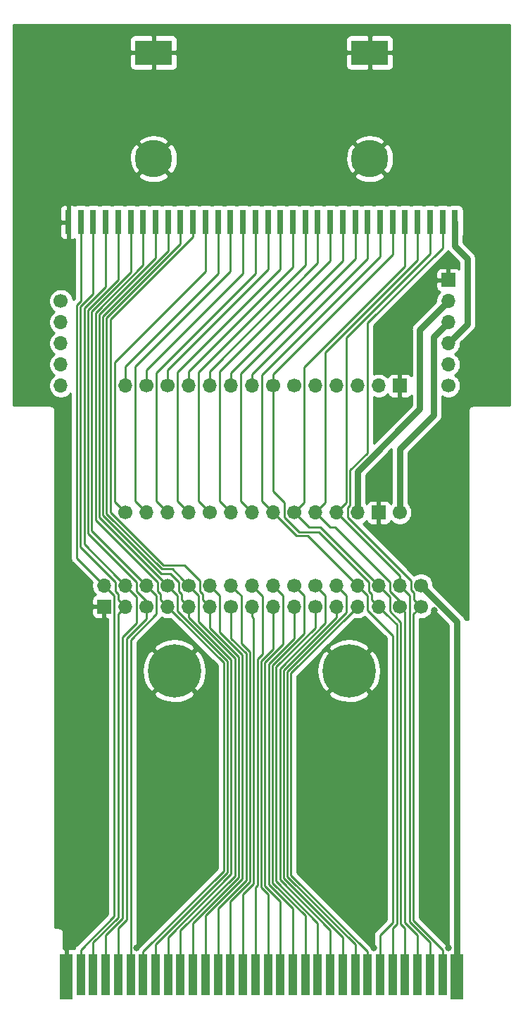
<source format=gbr>
G04 #@! TF.GenerationSoftware,KiCad,Pcbnew,(5.1.5)-3*
G04 #@! TF.CreationDate,2022-01-30T10:55:24+01:00*
G04 #@! TF.ProjectId,pcb,7063622e-6b69-4636-9164-5f7063625858,rev?*
G04 #@! TF.SameCoordinates,Original*
G04 #@! TF.FileFunction,Copper,L2,Bot*
G04 #@! TF.FilePolarity,Positive*
%FSLAX46Y46*%
G04 Gerber Fmt 4.6, Leading zero omitted, Abs format (unit mm)*
G04 Created by KiCad (PCBNEW (5.1.5)-3) date 2022-01-30 10:55:24*
%MOMM*%
%LPD*%
G04 APERTURE LIST*
%ADD10C,1.700000*%
%ADD11O,1.700000X1.700000*%
%ADD12R,1.700000X1.700000*%
%ADD13C,6.400000*%
%ADD14C,4.500000*%
%ADD15R,4.500000X3.000000*%
%ADD16R,0.800000X3.000000*%
%ADD17R,1.500000X5.500000*%
%ADD18R,1.000000X5.000000*%
%ADD19C,0.800000*%
%ADD20C,0.750000*%
%ADD21C,0.250000*%
%ADD22C,0.254000*%
G04 APERTURE END LIST*
D10*
X46101000Y-117475000D03*
D11*
X68961000Y-117475000D03*
X53721000Y-117475000D03*
X63881000Y-117475000D03*
X51181000Y-117475000D03*
D12*
X76581000Y-117475000D03*
D11*
X74041000Y-117475000D03*
X48641000Y-117475000D03*
D10*
X66421000Y-117475000D03*
X56261000Y-117475000D03*
D11*
X58801000Y-117475000D03*
D10*
X79121000Y-117475000D03*
D11*
X61341000Y-117475000D03*
X71501000Y-117475000D03*
D12*
X79121000Y-102235000D03*
D11*
X76581000Y-102235000D03*
X68961000Y-102235000D03*
D10*
X66421000Y-102235000D03*
D11*
X74041000Y-102235000D03*
X71501000Y-102235000D03*
X58801000Y-102235000D03*
X56261000Y-102235000D03*
D10*
X51181000Y-102235000D03*
X48641000Y-102235000D03*
D11*
X61341000Y-102235000D03*
X53721000Y-102235000D03*
X46101000Y-102235000D03*
D10*
X63881000Y-102235000D03*
D13*
X73000000Y-136500000D03*
X52000000Y-136500000D03*
D11*
X46101000Y-128778000D03*
X76581000Y-128778000D03*
X56261000Y-128778000D03*
X71501000Y-128778000D03*
D10*
X58801000Y-128778000D03*
D11*
X53721000Y-128778000D03*
X51181000Y-128778000D03*
D10*
X48641000Y-128778000D03*
D11*
X66421000Y-128778000D03*
X74041000Y-128778000D03*
D10*
X81661000Y-128778000D03*
D11*
X63881000Y-128778000D03*
D12*
X43561000Y-128778000D03*
D10*
X68961000Y-128778000D03*
D11*
X61341000Y-128778000D03*
D10*
X79121000Y-128778000D03*
D11*
X71501000Y-126238000D03*
D10*
X66421000Y-126238000D03*
D11*
X79121000Y-126238000D03*
X61341000Y-126238000D03*
X58801000Y-126238000D03*
X63881000Y-126238000D03*
X46101000Y-126238000D03*
X56261000Y-126238000D03*
X48641000Y-126238000D03*
X76581000Y-126238000D03*
D10*
X68961000Y-126238000D03*
D11*
X43561000Y-126238000D03*
D10*
X53721000Y-126238000D03*
X81661000Y-126238000D03*
X51181000Y-126238000D03*
D11*
X74041000Y-126238000D03*
X38354000Y-102235000D03*
D10*
X38354000Y-92075000D03*
D11*
X38354000Y-94615000D03*
X38354000Y-97155000D03*
X38354000Y-99695000D03*
X84963000Y-92075000D03*
D10*
X84963000Y-102235000D03*
D12*
X84963000Y-89535000D03*
D11*
X84963000Y-94615000D03*
X84963000Y-97155000D03*
X84963000Y-99695000D03*
D14*
X49500000Y-74975000D03*
X75500000Y-74975000D03*
D15*
X49500000Y-62225000D03*
X75500000Y-62225000D03*
D16*
X46750000Y-82600000D03*
X42250000Y-82600000D03*
X43750000Y-82600000D03*
X45250000Y-82600000D03*
X48250000Y-82600000D03*
X39250000Y-82600000D03*
X40750000Y-82600000D03*
X51250000Y-82600000D03*
X49750000Y-82600000D03*
X54250000Y-82600000D03*
X55750000Y-82600000D03*
X52750000Y-82600000D03*
X61750000Y-82600000D03*
X57250000Y-82600000D03*
X58750000Y-82600000D03*
X60250000Y-82600000D03*
X63250000Y-82600000D03*
X66250000Y-82600000D03*
X64750000Y-82600000D03*
X69250000Y-82600000D03*
X70750000Y-82600000D03*
X67750000Y-82600000D03*
X73750000Y-82600000D03*
X72250000Y-82600000D03*
X76750000Y-82600000D03*
X78250000Y-82600000D03*
X75250000Y-82600000D03*
X81250000Y-82600000D03*
X79750000Y-82600000D03*
X82750000Y-82600000D03*
X84250000Y-82600000D03*
X85750000Y-82600000D03*
D17*
X86000000Y-173250000D03*
D18*
X84250000Y-173000000D03*
X82750000Y-173000000D03*
X79750000Y-173000000D03*
X81250000Y-173000000D03*
X75250000Y-173000000D03*
X73750000Y-173000000D03*
X76750000Y-173000000D03*
X78250000Y-173000000D03*
X63250000Y-173000000D03*
X69250000Y-173000000D03*
X67750000Y-173000000D03*
X64750000Y-173000000D03*
X70750000Y-173000000D03*
X66250000Y-173000000D03*
X61750000Y-173000000D03*
X72250000Y-173000000D03*
X51250000Y-173000000D03*
X52750000Y-173000000D03*
X57250000Y-173000000D03*
X48250000Y-173000000D03*
X49750000Y-173000000D03*
X54250000Y-173000000D03*
X60250000Y-173000000D03*
X58750000Y-173000000D03*
X55750000Y-173000000D03*
X45250000Y-173000000D03*
X43750000Y-173000000D03*
X46750000Y-173000000D03*
X42250000Y-173000000D03*
X40750000Y-173000000D03*
D17*
X39000000Y-173250000D03*
D19*
X39000000Y-169750000D03*
X76000000Y-169750000D03*
X47500000Y-169750000D03*
X85000000Y-169750000D03*
X83250000Y-129250000D03*
X86492080Y-128600200D03*
D20*
X86000000Y-130577000D02*
X81661000Y-126238000D01*
X86000000Y-173250000D02*
X86000000Y-130577000D01*
D21*
X80811001Y-127928001D02*
X81661000Y-128778000D01*
X80485999Y-125697999D02*
X80485999Y-126802001D01*
X84250000Y-82600000D02*
X84250000Y-85676000D01*
X80485999Y-126802001D02*
X80811001Y-127127003D01*
X73152000Y-112421038D02*
X73152000Y-116624998D01*
X75216001Y-110357037D02*
X73152000Y-112421038D01*
X75216001Y-94709999D02*
X75216001Y-110357037D01*
X73152000Y-116624998D02*
X72865999Y-116910999D01*
X72865999Y-116910999D02*
X72865999Y-118077999D01*
X72865999Y-118077999D02*
X80485999Y-125697999D01*
X84250000Y-85676000D02*
X75216001Y-94709999D01*
X80811001Y-127127003D02*
X80811001Y-127928001D01*
X80750000Y-129689000D02*
X81661000Y-128778000D01*
X80750000Y-166500000D02*
X80750000Y-129689000D01*
X84250000Y-170000000D02*
X80750000Y-166500000D01*
X84250000Y-173000000D02*
X84250000Y-170000000D01*
X72350999Y-116625001D02*
X71501000Y-117475000D01*
X72676001Y-116299999D02*
X72350999Y-116625001D01*
X72676001Y-96487999D02*
X72676001Y-116299999D01*
X82750000Y-82600000D02*
X82750000Y-86414000D01*
X82750000Y-86414000D02*
X72676001Y-96487999D01*
X79121000Y-125095000D02*
X79121000Y-126238000D01*
X71501000Y-117475000D02*
X79121000Y-125095000D01*
X80299989Y-166686400D02*
X80299989Y-127416989D01*
X80299989Y-127416989D02*
X79970999Y-127087999D01*
X79970999Y-127087999D02*
X79121000Y-126238000D01*
X82750000Y-173000000D02*
X82750000Y-169136410D01*
X82750000Y-169136410D02*
X80299989Y-166686400D01*
X79750000Y-82600000D02*
X79750000Y-87890000D01*
X67270999Y-116625001D02*
X66421000Y-117475000D01*
X67596001Y-116299999D02*
X67270999Y-116625001D01*
X67596001Y-100043999D02*
X67596001Y-116299999D01*
X79750000Y-87890000D02*
X67596001Y-100043999D01*
X66421000Y-117475000D02*
X68199000Y-119253000D01*
X69596000Y-119253000D02*
X76581000Y-126238000D01*
X68199000Y-119253000D02*
X69596000Y-119253000D01*
X79750000Y-173000000D02*
X79750000Y-167409232D01*
X77945999Y-129342001D02*
X77945999Y-127602999D01*
X77430999Y-127087999D02*
X76581000Y-126238000D01*
X79250000Y-166909232D02*
X79250000Y-130646002D01*
X77945999Y-127602999D02*
X77430999Y-127087999D01*
X79250000Y-130646002D02*
X77945999Y-129342001D01*
X79750000Y-167409232D02*
X79250000Y-166909232D01*
X81250000Y-87150590D02*
X70136001Y-98264589D01*
X70136001Y-116299999D02*
X69810999Y-116625001D01*
X70136001Y-98264589D02*
X70136001Y-116299999D01*
X81250000Y-82600000D02*
X81250000Y-87150590D01*
X69810999Y-116625001D02*
X68961000Y-117475000D01*
X79121000Y-128141590D02*
X79121000Y-128778000D01*
X70739000Y-119253000D02*
X71335002Y-119253000D01*
X68961000Y-117475000D02*
X70739000Y-119253000D01*
X71335002Y-119253000D02*
X77945999Y-125863997D01*
X77945999Y-125863997D02*
X77945999Y-126966589D01*
X77945999Y-126966589D02*
X79121000Y-128141590D01*
X79750000Y-166772821D02*
X79750000Y-129407000D01*
X79750000Y-129407000D02*
X79121000Y-128778000D01*
X81250000Y-168272821D02*
X79750000Y-166772821D01*
X81250000Y-173000000D02*
X81250000Y-168272821D01*
X75250000Y-82600000D02*
X75250000Y-87000000D01*
X61341000Y-100909000D02*
X61341000Y-102235000D01*
X75250000Y-87000000D02*
X61341000Y-100909000D01*
X73191001Y-129627999D02*
X74041000Y-128778000D01*
X66040000Y-136779000D02*
X73191001Y-129627999D01*
X66040000Y-161040000D02*
X66040000Y-136779000D01*
X75250000Y-170250000D02*
X66040000Y-161040000D01*
X75250000Y-173000000D02*
X75250000Y-170250000D01*
X72676001Y-127413001D02*
X72350999Y-127087999D01*
X73750000Y-173000000D02*
X73750000Y-169386410D01*
X73750000Y-169386410D02*
X65589989Y-161226400D01*
X65589989Y-161226400D02*
X65589989Y-136592600D01*
X65589989Y-136592600D02*
X72676001Y-129506588D01*
X72676001Y-129506588D02*
X72676001Y-127413001D01*
X72350999Y-127087999D02*
X71501000Y-126238000D01*
X73750000Y-87000000D02*
X59976001Y-100773999D01*
X59976001Y-116110001D02*
X61341000Y-117475000D01*
X73750000Y-82600000D02*
X73750000Y-87000000D01*
X59976001Y-100773999D02*
X59976001Y-116110001D01*
X76750000Y-82600000D02*
X76750000Y-86750000D01*
X62516001Y-116110001D02*
X63031001Y-116625001D01*
X62516001Y-100983999D02*
X62516001Y-116110001D01*
X63031001Y-116625001D02*
X63881000Y-117475000D01*
X76750000Y-86750000D02*
X62516001Y-100983999D01*
X68072000Y-120269000D02*
X73191001Y-125388001D01*
X66675000Y-120269000D02*
X68072000Y-120269000D01*
X63881000Y-117475000D02*
X66675000Y-120269000D01*
X73191001Y-125388001D02*
X74041000Y-126238000D01*
X74890999Y-127087999D02*
X74041000Y-126238000D01*
X75216001Y-127413001D02*
X74890999Y-127087999D01*
X75216001Y-129216001D02*
X75216001Y-127413001D01*
X76750000Y-173000000D02*
X76750000Y-168250000D01*
X76750000Y-168250000D02*
X78250000Y-166750000D01*
X78250000Y-166750000D02*
X78250000Y-132250000D01*
X78250000Y-132250000D02*
X75216001Y-129216001D01*
X78250000Y-82600000D02*
X78250000Y-86500000D01*
X63881000Y-100869000D02*
X63881000Y-102235000D01*
X78250000Y-86500000D02*
X63881000Y-100869000D01*
X63881000Y-103251000D02*
X63881000Y-103437081D01*
X63881000Y-102235000D02*
X63881000Y-103251000D01*
X67025987Y-119818989D02*
X69360991Y-119818989D01*
X75405999Y-125863997D02*
X75405999Y-126966589D01*
X69360991Y-119818989D02*
X75405999Y-125863997D01*
X75731001Y-127928001D02*
X76581000Y-128778000D01*
X75405999Y-126966589D02*
X75731001Y-127291591D01*
X65245999Y-118039001D02*
X67025987Y-119818989D01*
X65245999Y-116299999D02*
X65245999Y-118039001D01*
X63881000Y-114935000D02*
X65245999Y-116299999D01*
X63881000Y-103251000D02*
X63881000Y-114935000D01*
X75731001Y-127291591D02*
X75731001Y-127928001D01*
X78250000Y-173000000D02*
X78250000Y-167386410D01*
X78250000Y-167386410D02*
X78750000Y-166886410D01*
X77430999Y-129627999D02*
X76581000Y-128778000D01*
X78750000Y-130947000D02*
X77430999Y-129627999D01*
X78750000Y-166886410D02*
X78750000Y-130947000D01*
X63250000Y-82600000D02*
X63250000Y-88250000D01*
X51181000Y-100319000D02*
X51181000Y-102235000D01*
X63250000Y-88250000D02*
X51181000Y-100319000D01*
X63881000Y-129980081D02*
X63881000Y-128778000D01*
X63250000Y-173000000D02*
X63250000Y-163341288D01*
X63881000Y-133846712D02*
X63881000Y-129980081D01*
X62439912Y-135287800D02*
X63881000Y-133846712D01*
X62439912Y-162531200D02*
X62439912Y-135287800D01*
X63250000Y-163341288D02*
X62439912Y-162531200D01*
X69250000Y-166795643D02*
X64239956Y-161785600D01*
X69250000Y-173000000D02*
X69250000Y-166795643D01*
X68961000Y-129980081D02*
X68961000Y-128778000D01*
X68961000Y-131312356D02*
X68961000Y-129980081D01*
X64239956Y-136033400D02*
X68961000Y-131312356D01*
X64239956Y-161785600D02*
X64239956Y-136033400D01*
X69250000Y-87500000D02*
X56261000Y-100489000D01*
X69250000Y-82600000D02*
X69250000Y-87500000D01*
X56261000Y-100489000D02*
X56261000Y-102235000D01*
X67596001Y-127413001D02*
X67270999Y-127087999D01*
X67270999Y-127087999D02*
X66421000Y-126238000D01*
X67596001Y-132040944D02*
X67596001Y-127413001D01*
X63789945Y-135847000D02*
X67596001Y-132040944D01*
X63789945Y-161972000D02*
X63789945Y-135847000D01*
X67750000Y-165932055D02*
X63789945Y-161972000D01*
X67750000Y-173000000D02*
X67750000Y-165932055D01*
X67750000Y-87750000D02*
X54896001Y-100603999D01*
X67750000Y-82600000D02*
X67750000Y-87750000D01*
X54896001Y-100603999D02*
X54896001Y-116110001D01*
X54896001Y-116110001D02*
X55411001Y-116625001D01*
X55411001Y-116625001D02*
X56261000Y-117475000D01*
X64750000Y-82600000D02*
X64750000Y-88250000D01*
X52871001Y-116625001D02*
X53721000Y-117475000D01*
X52356001Y-116110001D02*
X52871001Y-116625001D01*
X52356001Y-100643999D02*
X52356001Y-116110001D01*
X64750000Y-88250000D02*
X52356001Y-100643999D01*
X64750000Y-173000000D02*
X64750000Y-164204877D01*
X64750000Y-164204877D02*
X62889923Y-162344800D01*
X64730999Y-127087999D02*
X63881000Y-126238000D01*
X65056001Y-127413001D02*
X64730999Y-127087999D01*
X65056001Y-133308122D02*
X65056001Y-127413001D01*
X62889923Y-135474200D02*
X65056001Y-133308122D01*
X62889923Y-162344800D02*
X62889923Y-135474200D01*
X69810999Y-127087999D02*
X68961000Y-126238000D01*
X70136001Y-130773766D02*
X70136001Y-127413001D01*
X70136001Y-127413001D02*
X69810999Y-127087999D01*
X64689967Y-136219800D02*
X70136001Y-130773766D01*
X64689967Y-161599200D02*
X64689967Y-136219800D01*
X70750000Y-167659232D02*
X64689967Y-161599200D01*
X70750000Y-173000000D02*
X70750000Y-167659232D01*
X70750000Y-87250000D02*
X57436001Y-100563999D01*
X70750000Y-82600000D02*
X70750000Y-87250000D01*
X57436001Y-116110001D02*
X57951001Y-116625001D01*
X57436001Y-100563999D02*
X57436001Y-116110001D01*
X57951001Y-116625001D02*
X58801000Y-117475000D01*
X63339934Y-135660600D02*
X66421000Y-132579534D01*
X66421000Y-129980081D02*
X66421000Y-128778000D01*
X66421000Y-132579534D02*
X66421000Y-129980081D01*
X63339934Y-162158400D02*
X63339934Y-135660600D01*
X66250000Y-165068466D02*
X63339934Y-162158400D01*
X66250000Y-173000000D02*
X66250000Y-165068466D01*
X66250000Y-88000000D02*
X53721000Y-100529000D01*
X66250000Y-82600000D02*
X66250000Y-88000000D01*
X53721000Y-100529000D02*
X53721000Y-102235000D01*
X61750000Y-82600000D02*
X61750000Y-88750000D01*
X49816001Y-116110001D02*
X50331001Y-116625001D01*
X50331001Y-116625001D02*
X51181000Y-117475000D01*
X49816001Y-100683999D02*
X49816001Y-116110001D01*
X61750000Y-88750000D02*
X49816001Y-100683999D01*
X61989901Y-135101400D02*
X62624901Y-134466400D01*
X62624901Y-134466400D02*
X62624901Y-127521901D01*
X61750000Y-162477699D02*
X61989901Y-162237798D01*
X61989901Y-162237798D02*
X61989901Y-135101400D01*
X62190999Y-127087999D02*
X61341000Y-126238000D01*
X62624901Y-127521901D02*
X62190999Y-127087999D01*
X61750000Y-173000000D02*
X61750000Y-162477699D01*
X71501000Y-129980081D02*
X71501000Y-128778000D01*
X72250000Y-173000000D02*
X72250000Y-168522821D01*
X71501000Y-130045178D02*
X71501000Y-129980081D01*
X65139978Y-136406200D02*
X71501000Y-130045178D01*
X65139978Y-161412800D02*
X65139978Y-136406200D01*
X72250000Y-168522821D02*
X65139978Y-161412800D01*
X72250000Y-87250000D02*
X58801000Y-100699000D01*
X72250000Y-82600000D02*
X72250000Y-87250000D01*
X58801000Y-100699000D02*
X58801000Y-102235000D01*
X51250000Y-82600000D02*
X51250000Y-86077181D01*
X51250000Y-86077181D02*
X43409077Y-93918104D01*
X50455178Y-124841000D02*
X51523002Y-124841000D01*
X52871001Y-127928001D02*
X53721000Y-128778000D01*
X52871001Y-127291591D02*
X52871001Y-127928001D01*
X52545999Y-125863997D02*
X52545999Y-126966589D01*
X43409077Y-93918104D02*
X43409077Y-117794899D01*
X43409077Y-117794899D02*
X50455178Y-124841000D01*
X51523002Y-124841000D02*
X52545999Y-125863997D01*
X52545999Y-126966589D02*
X52871001Y-127291591D01*
X53721000Y-129980081D02*
X53721000Y-128778000D01*
X58839824Y-135164002D02*
X53721000Y-130045178D01*
X53721000Y-130045178D02*
X53721000Y-129980081D01*
X58839824Y-160932998D02*
X58839824Y-135164002D01*
X51250000Y-168522822D02*
X58839824Y-160932998D01*
X51250000Y-173000000D02*
X51250000Y-168522822D01*
X52750000Y-82600000D02*
X52750000Y-85213590D01*
X43859088Y-94104502D02*
X43859088Y-117608500D01*
X50525598Y-124275010D02*
X51758010Y-124275010D01*
X52871001Y-125388001D02*
X53721000Y-126238000D01*
X51758010Y-124275010D02*
X52871001Y-125388001D01*
X43859088Y-117608500D02*
X50525598Y-124275010D01*
X52750000Y-85213590D02*
X43859088Y-94104502D01*
X59289835Y-134977602D02*
X54896001Y-130583768D01*
X52750000Y-173000000D02*
X52750000Y-167659233D01*
X54896001Y-127413001D02*
X54570999Y-127087999D01*
X54896001Y-130583768D02*
X54896001Y-127413001D01*
X54570999Y-127087999D02*
X53721000Y-126238000D01*
X59289835Y-161119398D02*
X59289835Y-134977602D01*
X52750000Y-167659233D02*
X59289835Y-161119398D01*
X46101000Y-102235000D02*
X46101000Y-99899000D01*
X57250000Y-88750000D02*
X57250000Y-82600000D01*
X46101000Y-99899000D02*
X57250000Y-88750000D01*
X58801000Y-132579534D02*
X58801000Y-129980081D01*
X60639868Y-161678598D02*
X60639868Y-134418402D01*
X57250000Y-165068464D02*
X60639868Y-161678598D01*
X57250000Y-173000000D02*
X57250000Y-165068464D01*
X60639868Y-134418402D02*
X58801000Y-132579534D01*
X58801000Y-129980081D02*
X58801000Y-128778000D01*
X42509055Y-93506535D02*
X42509055Y-118367053D01*
X48250000Y-87765590D02*
X42509055Y-93506535D01*
X50005999Y-126966589D02*
X50331001Y-127291591D01*
X50331001Y-127291591D02*
X50331001Y-127928001D01*
X50005999Y-125863997D02*
X50005999Y-126966589D01*
X48250000Y-82600000D02*
X48250000Y-87765590D01*
X42509055Y-118367053D02*
X50005999Y-125863997D01*
X50331001Y-127928001D02*
X51181000Y-128778000D01*
X52030999Y-129627999D02*
X51181000Y-128778000D01*
X57939802Y-160560198D02*
X57939802Y-135536802D01*
X48250000Y-170250000D02*
X57939802Y-160560198D01*
X57939802Y-135536802D02*
X52030999Y-129627999D01*
X48250000Y-173000000D02*
X48250000Y-170250000D01*
X49750000Y-82600000D02*
X49750000Y-86902000D01*
X42959066Y-93692934D02*
X42959066Y-118016066D01*
X50331001Y-125388001D02*
X51181000Y-126238000D01*
X42959066Y-118016066D02*
X50331001Y-125388001D01*
X49750000Y-86902000D02*
X42959066Y-93692934D01*
X52356001Y-129316591D02*
X52356001Y-127413001D01*
X49750000Y-173000000D02*
X49750000Y-169386411D01*
X49750000Y-169386411D02*
X58389813Y-160746598D01*
X52356001Y-127413001D02*
X52030999Y-127087999D01*
X52030999Y-127087999D02*
X51181000Y-126238000D01*
X58389813Y-160746598D02*
X58389813Y-135350403D01*
X58389813Y-135350403D02*
X52356001Y-129316591D01*
X55411001Y-127291591D02*
X55411001Y-127928001D01*
X55085999Y-126966589D02*
X55411001Y-127291591D01*
X55411001Y-127928001D02*
X56261000Y-128778000D01*
X55085999Y-125697999D02*
X55085999Y-126966589D01*
X53213000Y-123825000D02*
X55085999Y-125697999D01*
X54250000Y-84350000D02*
X44323000Y-94277000D01*
X54250000Y-82600000D02*
X54250000Y-84350000D01*
X44323000Y-94277000D02*
X44323000Y-117436002D01*
X44323000Y-117436002D02*
X50711998Y-123825000D01*
X50711998Y-123825000D02*
X53213000Y-123825000D01*
X56261000Y-129980081D02*
X56261000Y-128778000D01*
X54250000Y-173000000D02*
X54250000Y-166795640D01*
X54250000Y-166795640D02*
X59739846Y-161305798D01*
X56261000Y-131312356D02*
X56261000Y-129980081D01*
X59739846Y-134791202D02*
X56261000Y-131312356D01*
X59739846Y-161305798D02*
X59739846Y-134791202D01*
X60250000Y-82600000D02*
X60250000Y-88750000D01*
X48641000Y-100359000D02*
X48641000Y-102235000D01*
X60250000Y-88750000D02*
X48641000Y-100359000D01*
X60250000Y-173000000D02*
X60250000Y-163341288D01*
X61539890Y-130178971D02*
X61341000Y-129980081D01*
X61341000Y-129980081D02*
X61341000Y-128778000D01*
X60250000Y-163341288D02*
X61539890Y-162051398D01*
X61539890Y-162051398D02*
X61539890Y-130178971D01*
X47276001Y-99973999D02*
X47276001Y-116110001D01*
X58750000Y-82600000D02*
X58750000Y-88500000D01*
X47276001Y-116110001D02*
X48641000Y-117475000D01*
X58750000Y-88500000D02*
X47276001Y-99973999D01*
X59650999Y-127087999D02*
X58801000Y-126238000D01*
X58750000Y-173000000D02*
X58750000Y-164204877D01*
X58750000Y-164204877D02*
X61089879Y-161864998D01*
X61089879Y-161864998D02*
X61089879Y-134232002D01*
X60046077Y-127483077D02*
X59650999Y-127087999D01*
X60046077Y-133188200D02*
X60046077Y-127483077D01*
X61089879Y-134232002D02*
X60046077Y-133188200D01*
X55750000Y-88500000D02*
X55750000Y-82600000D01*
X44831000Y-99419000D02*
X55750000Y-88500000D01*
X46101000Y-117475000D02*
X44831000Y-116205000D01*
X44831000Y-116205000D02*
X44831000Y-99419000D01*
X57110999Y-127087999D02*
X56261000Y-126238000D01*
X57436001Y-131850946D02*
X57436001Y-127413001D01*
X55750000Y-173000000D02*
X55750000Y-165932052D01*
X55750000Y-165932052D02*
X60189857Y-161492198D01*
X60189857Y-161492198D02*
X60189857Y-134604802D01*
X60189857Y-134604802D02*
X57436001Y-131850946D01*
X57436001Y-127413001D02*
X57110999Y-127087999D01*
X47465999Y-125863997D02*
X47465999Y-126966589D01*
X41609033Y-93133737D02*
X41609033Y-120007031D01*
X45250000Y-82600000D02*
X45250000Y-89492770D01*
X45250000Y-89492770D02*
X41609033Y-93133737D01*
X47465999Y-126966589D02*
X48641000Y-128141590D01*
X48641000Y-128141590D02*
X48641000Y-128778000D01*
X41609033Y-120007031D02*
X47465999Y-125863997D01*
X48641000Y-129980081D02*
X48641000Y-128778000D01*
X48641000Y-130222590D02*
X48641000Y-129980081D01*
X46250000Y-132613590D02*
X48641000Y-130222590D01*
X46250000Y-166409231D02*
X46250000Y-132613590D01*
X45250000Y-167409231D02*
X46250000Y-166409231D01*
X45250000Y-173000000D02*
X45250000Y-167409231D01*
X43750000Y-82600000D02*
X43750000Y-90356360D01*
X45251001Y-125388001D02*
X46101000Y-126238000D01*
X41159022Y-121296022D02*
X45251001Y-125388001D01*
X41159022Y-92947338D02*
X41159022Y-121296022D01*
X43750000Y-90356360D02*
X41159022Y-92947338D01*
X47465999Y-127602999D02*
X46950999Y-127087999D01*
X43750000Y-173000000D02*
X43750000Y-168272820D01*
X45750000Y-166272820D02*
X45750000Y-132477180D01*
X43750000Y-168272820D02*
X45750000Y-166272820D01*
X46950999Y-127087999D02*
X46101000Y-126238000D01*
X45750000Y-132477180D02*
X47465999Y-130761181D01*
X47465999Y-130761181D02*
X47465999Y-127602999D01*
X47791001Y-125388001D02*
X48641000Y-126238000D01*
X46750000Y-82600000D02*
X46750000Y-88629180D01*
X42059044Y-93320136D02*
X42059044Y-119656044D01*
X42059044Y-119656044D02*
X47791001Y-125388001D01*
X46750000Y-88629180D02*
X42059044Y-93320136D01*
X49490999Y-127087999D02*
X48641000Y-126238000D01*
X46750000Y-132750000D02*
X49816001Y-129683999D01*
X49816001Y-127413001D02*
X49490999Y-127087999D01*
X46750000Y-173000000D02*
X46750000Y-132750000D01*
X49816001Y-129683999D02*
X49816001Y-127413001D01*
X44925999Y-126966589D02*
X45251001Y-127291591D01*
X42250000Y-82600000D02*
X42250000Y-91219950D01*
X45251001Y-127291591D02*
X45251001Y-127928001D01*
X44925999Y-125863997D02*
X44925999Y-126966589D01*
X45251001Y-127928001D02*
X46101000Y-128778000D01*
X40709011Y-121647009D02*
X44925999Y-125863997D01*
X40709011Y-92760939D02*
X40709011Y-121647009D01*
X42250000Y-91219950D02*
X40709011Y-92760939D01*
X45251001Y-129627999D02*
X46101000Y-128778000D01*
X42250000Y-173000000D02*
X42250000Y-169136410D01*
X42250000Y-169136410D02*
X45251001Y-166135409D01*
X45251001Y-166135409D02*
X45251001Y-129627999D01*
X40259000Y-122936000D02*
X42711001Y-125388001D01*
X40259000Y-92574540D02*
X40259000Y-122936000D01*
X40750000Y-92083540D02*
X40259000Y-92574540D01*
X40750000Y-82600000D02*
X40750000Y-92083540D01*
X42711001Y-125388001D02*
X43561000Y-126238000D01*
X44410999Y-127087999D02*
X43561000Y-126238000D01*
X40750000Y-170000000D02*
X44736001Y-166013999D01*
X44736001Y-127413001D02*
X44410999Y-127087999D01*
X40750000Y-173000000D02*
X40750000Y-170000000D01*
X44736001Y-166013999D02*
X44736001Y-127413001D01*
D20*
X87249000Y-86995000D02*
X85750000Y-85496000D01*
X85750000Y-85496000D02*
X85750000Y-82600000D01*
X84963000Y-97155000D02*
X87249000Y-94869000D01*
X87249000Y-94869000D02*
X87249000Y-86995000D01*
X74041000Y-117475000D02*
X74041000Y-112522000D01*
X74041000Y-112522000D02*
X81534000Y-105029000D01*
X81534000Y-95504000D02*
X84963000Y-92075000D01*
X81534000Y-105029000D02*
X81534000Y-95504000D01*
X79121000Y-117475000D02*
X79121000Y-109855000D01*
X79121000Y-109855000D02*
X83185000Y-105791000D01*
X83185000Y-96393000D02*
X84963000Y-94615000D01*
X83185000Y-105791000D02*
X83185000Y-96393000D01*
D22*
G36*
X92340001Y-104590000D02*
G01*
X88032419Y-104590000D01*
X88000000Y-104586807D01*
X87967581Y-104590000D01*
X87870617Y-104599550D01*
X87746207Y-104637290D01*
X87631550Y-104698575D01*
X87531052Y-104781052D01*
X87448575Y-104881550D01*
X87387290Y-104996207D01*
X87349550Y-105120617D01*
X87336807Y-105250000D01*
X87340001Y-105282430D01*
X87340000Y-130373000D01*
X86993563Y-130373000D01*
X86937632Y-130188620D01*
X86934801Y-130183323D01*
X86843847Y-130013160D01*
X86717633Y-129859367D01*
X86679100Y-129827744D01*
X83146000Y-126294645D01*
X83146000Y-126091740D01*
X83088932Y-125804842D01*
X82976990Y-125534589D01*
X82814475Y-125291368D01*
X82607632Y-125084525D01*
X82364411Y-124922010D01*
X82094158Y-124810068D01*
X81807260Y-124753000D01*
X81514740Y-124753000D01*
X81227842Y-124810068D01*
X80957589Y-124922010D01*
X80854017Y-124991215D01*
X74680333Y-118817532D01*
X74744411Y-118790990D01*
X74987632Y-118628475D01*
X75119487Y-118496620D01*
X75141498Y-118569180D01*
X75200463Y-118679494D01*
X75279815Y-118776185D01*
X75376506Y-118855537D01*
X75486820Y-118914502D01*
X75606518Y-118950812D01*
X75731000Y-118963072D01*
X76295250Y-118960000D01*
X76454000Y-118801250D01*
X76454000Y-117602000D01*
X76434000Y-117602000D01*
X76434000Y-117348000D01*
X76454000Y-117348000D01*
X76454000Y-116148750D01*
X76295250Y-115990000D01*
X75731000Y-115986928D01*
X75606518Y-115999188D01*
X75486820Y-116035498D01*
X75376506Y-116094463D01*
X75279815Y-116173815D01*
X75200463Y-116270506D01*
X75141498Y-116380820D01*
X75119487Y-116453380D01*
X75051000Y-116384893D01*
X75051000Y-112940355D01*
X78108825Y-109882530D01*
X78111001Y-109904618D01*
X78111000Y-116384893D01*
X78042513Y-116453380D01*
X78020502Y-116380820D01*
X77961537Y-116270506D01*
X77882185Y-116173815D01*
X77785494Y-116094463D01*
X77675180Y-116035498D01*
X77555482Y-115999188D01*
X77431000Y-115986928D01*
X76866750Y-115990000D01*
X76708000Y-116148750D01*
X76708000Y-117348000D01*
X76728000Y-117348000D01*
X76728000Y-117602000D01*
X76708000Y-117602000D01*
X76708000Y-118801250D01*
X76866750Y-118960000D01*
X77431000Y-118963072D01*
X77555482Y-118950812D01*
X77675180Y-118914502D01*
X77785494Y-118855537D01*
X77882185Y-118776185D01*
X77961537Y-118679494D01*
X78020502Y-118569180D01*
X78042513Y-118496620D01*
X78174368Y-118628475D01*
X78417589Y-118790990D01*
X78687842Y-118902932D01*
X78974740Y-118960000D01*
X79267260Y-118960000D01*
X79554158Y-118902932D01*
X79824411Y-118790990D01*
X80067632Y-118628475D01*
X80274475Y-118421632D01*
X80436990Y-118178411D01*
X80548932Y-117908158D01*
X80606000Y-117621260D01*
X80606000Y-117328740D01*
X80548932Y-117041842D01*
X80436990Y-116771589D01*
X80274475Y-116528368D01*
X80131000Y-116384893D01*
X80131000Y-110273355D01*
X83864100Y-106540256D01*
X83902633Y-106508633D01*
X84028847Y-106354840D01*
X84122632Y-106179380D01*
X84180385Y-105988994D01*
X84195000Y-105840608D01*
X84195000Y-105840607D01*
X84199886Y-105791000D01*
X84195000Y-105741392D01*
X84195000Y-103507833D01*
X84259589Y-103550990D01*
X84529842Y-103662932D01*
X84816740Y-103720000D01*
X85109260Y-103720000D01*
X85396158Y-103662932D01*
X85666411Y-103550990D01*
X85909632Y-103388475D01*
X86116475Y-103181632D01*
X86278990Y-102938411D01*
X86390932Y-102668158D01*
X86448000Y-102381260D01*
X86448000Y-102088740D01*
X86390932Y-101801842D01*
X86278990Y-101531589D01*
X86116475Y-101288368D01*
X85909632Y-101081525D01*
X85735240Y-100965000D01*
X85909632Y-100848475D01*
X86116475Y-100641632D01*
X86278990Y-100398411D01*
X86390932Y-100128158D01*
X86448000Y-99841260D01*
X86448000Y-99548740D01*
X86390932Y-99261842D01*
X86278990Y-98991589D01*
X86116475Y-98748368D01*
X85909632Y-98541525D01*
X85735240Y-98425000D01*
X85909632Y-98308475D01*
X86116475Y-98101632D01*
X86278990Y-97858411D01*
X86390932Y-97588158D01*
X86448000Y-97301260D01*
X86448000Y-97098355D01*
X87928094Y-95618261D01*
X87966633Y-95586633D01*
X88092847Y-95432840D01*
X88186632Y-95257380D01*
X88244385Y-95066994D01*
X88259000Y-94918608D01*
X88259000Y-94918606D01*
X88263886Y-94869001D01*
X88259000Y-94819396D01*
X88259000Y-87044604D01*
X88263886Y-86994999D01*
X88254429Y-86898986D01*
X88244385Y-86797006D01*
X88186632Y-86606620D01*
X88092847Y-86431160D01*
X87966633Y-86277367D01*
X87928094Y-86245739D01*
X86760000Y-85077645D01*
X86760000Y-84276607D01*
X86775812Y-84224482D01*
X86788072Y-84100000D01*
X86788072Y-81100000D01*
X86775812Y-80975518D01*
X86739502Y-80855820D01*
X86680537Y-80745506D01*
X86601185Y-80648815D01*
X86504494Y-80569463D01*
X86394180Y-80510498D01*
X86274482Y-80474188D01*
X86150000Y-80461928D01*
X85350000Y-80461928D01*
X85225518Y-80474188D01*
X85105820Y-80510498D01*
X85000000Y-80567061D01*
X84894180Y-80510498D01*
X84774482Y-80474188D01*
X84650000Y-80461928D01*
X83850000Y-80461928D01*
X83725518Y-80474188D01*
X83605820Y-80510498D01*
X83500000Y-80567061D01*
X83394180Y-80510498D01*
X83274482Y-80474188D01*
X83150000Y-80461928D01*
X82350000Y-80461928D01*
X82225518Y-80474188D01*
X82105820Y-80510498D01*
X82000000Y-80567061D01*
X81894180Y-80510498D01*
X81774482Y-80474188D01*
X81650000Y-80461928D01*
X80850000Y-80461928D01*
X80725518Y-80474188D01*
X80605820Y-80510498D01*
X80500000Y-80567061D01*
X80394180Y-80510498D01*
X80274482Y-80474188D01*
X80150000Y-80461928D01*
X79350000Y-80461928D01*
X79225518Y-80474188D01*
X79105820Y-80510498D01*
X79000000Y-80567061D01*
X78894180Y-80510498D01*
X78774482Y-80474188D01*
X78650000Y-80461928D01*
X77850000Y-80461928D01*
X77725518Y-80474188D01*
X77605820Y-80510498D01*
X77500000Y-80567061D01*
X77394180Y-80510498D01*
X77274482Y-80474188D01*
X77150000Y-80461928D01*
X76350000Y-80461928D01*
X76225518Y-80474188D01*
X76105820Y-80510498D01*
X76000000Y-80567061D01*
X75894180Y-80510498D01*
X75774482Y-80474188D01*
X75650000Y-80461928D01*
X74850000Y-80461928D01*
X74725518Y-80474188D01*
X74605820Y-80510498D01*
X74500000Y-80567061D01*
X74394180Y-80510498D01*
X74274482Y-80474188D01*
X74150000Y-80461928D01*
X73350000Y-80461928D01*
X73225518Y-80474188D01*
X73105820Y-80510498D01*
X73000000Y-80567061D01*
X72894180Y-80510498D01*
X72774482Y-80474188D01*
X72650000Y-80461928D01*
X71850000Y-80461928D01*
X71725518Y-80474188D01*
X71605820Y-80510498D01*
X71500000Y-80567061D01*
X71394180Y-80510498D01*
X71274482Y-80474188D01*
X71150000Y-80461928D01*
X70350000Y-80461928D01*
X70225518Y-80474188D01*
X70105820Y-80510498D01*
X70000000Y-80567061D01*
X69894180Y-80510498D01*
X69774482Y-80474188D01*
X69650000Y-80461928D01*
X68850000Y-80461928D01*
X68725518Y-80474188D01*
X68605820Y-80510498D01*
X68500000Y-80567061D01*
X68394180Y-80510498D01*
X68274482Y-80474188D01*
X68150000Y-80461928D01*
X67350000Y-80461928D01*
X67225518Y-80474188D01*
X67105820Y-80510498D01*
X67000000Y-80567061D01*
X66894180Y-80510498D01*
X66774482Y-80474188D01*
X66650000Y-80461928D01*
X65850000Y-80461928D01*
X65725518Y-80474188D01*
X65605820Y-80510498D01*
X65500000Y-80567061D01*
X65394180Y-80510498D01*
X65274482Y-80474188D01*
X65150000Y-80461928D01*
X64350000Y-80461928D01*
X64225518Y-80474188D01*
X64105820Y-80510498D01*
X64000000Y-80567061D01*
X63894180Y-80510498D01*
X63774482Y-80474188D01*
X63650000Y-80461928D01*
X62850000Y-80461928D01*
X62725518Y-80474188D01*
X62605820Y-80510498D01*
X62500000Y-80567061D01*
X62394180Y-80510498D01*
X62274482Y-80474188D01*
X62150000Y-80461928D01*
X61350000Y-80461928D01*
X61225518Y-80474188D01*
X61105820Y-80510498D01*
X61000000Y-80567061D01*
X60894180Y-80510498D01*
X60774482Y-80474188D01*
X60650000Y-80461928D01*
X59850000Y-80461928D01*
X59725518Y-80474188D01*
X59605820Y-80510498D01*
X59500000Y-80567061D01*
X59394180Y-80510498D01*
X59274482Y-80474188D01*
X59150000Y-80461928D01*
X58350000Y-80461928D01*
X58225518Y-80474188D01*
X58105820Y-80510498D01*
X58000000Y-80567061D01*
X57894180Y-80510498D01*
X57774482Y-80474188D01*
X57650000Y-80461928D01*
X56850000Y-80461928D01*
X56725518Y-80474188D01*
X56605820Y-80510498D01*
X56500000Y-80567061D01*
X56394180Y-80510498D01*
X56274482Y-80474188D01*
X56150000Y-80461928D01*
X55350000Y-80461928D01*
X55225518Y-80474188D01*
X55105820Y-80510498D01*
X55000000Y-80567061D01*
X54894180Y-80510498D01*
X54774482Y-80474188D01*
X54650000Y-80461928D01*
X53850000Y-80461928D01*
X53725518Y-80474188D01*
X53605820Y-80510498D01*
X53500000Y-80567061D01*
X53394180Y-80510498D01*
X53274482Y-80474188D01*
X53150000Y-80461928D01*
X52350000Y-80461928D01*
X52225518Y-80474188D01*
X52105820Y-80510498D01*
X52000000Y-80567061D01*
X51894180Y-80510498D01*
X51774482Y-80474188D01*
X51650000Y-80461928D01*
X50850000Y-80461928D01*
X50725518Y-80474188D01*
X50605820Y-80510498D01*
X50500000Y-80567061D01*
X50394180Y-80510498D01*
X50274482Y-80474188D01*
X50150000Y-80461928D01*
X49350000Y-80461928D01*
X49225518Y-80474188D01*
X49105820Y-80510498D01*
X49000000Y-80567061D01*
X48894180Y-80510498D01*
X48774482Y-80474188D01*
X48650000Y-80461928D01*
X47850000Y-80461928D01*
X47725518Y-80474188D01*
X47605820Y-80510498D01*
X47500000Y-80567061D01*
X47394180Y-80510498D01*
X47274482Y-80474188D01*
X47150000Y-80461928D01*
X46350000Y-80461928D01*
X46225518Y-80474188D01*
X46105820Y-80510498D01*
X46000000Y-80567061D01*
X45894180Y-80510498D01*
X45774482Y-80474188D01*
X45650000Y-80461928D01*
X44850000Y-80461928D01*
X44725518Y-80474188D01*
X44605820Y-80510498D01*
X44500000Y-80567061D01*
X44394180Y-80510498D01*
X44274482Y-80474188D01*
X44150000Y-80461928D01*
X43350000Y-80461928D01*
X43225518Y-80474188D01*
X43105820Y-80510498D01*
X43000000Y-80567061D01*
X42894180Y-80510498D01*
X42774482Y-80474188D01*
X42650000Y-80461928D01*
X41850000Y-80461928D01*
X41725518Y-80474188D01*
X41605820Y-80510498D01*
X41500000Y-80567061D01*
X41394180Y-80510498D01*
X41274482Y-80474188D01*
X41150000Y-80461928D01*
X40350000Y-80461928D01*
X40225518Y-80474188D01*
X40105820Y-80510498D01*
X40000000Y-80567061D01*
X39894180Y-80510498D01*
X39774482Y-80474188D01*
X39650000Y-80461928D01*
X39535750Y-80465000D01*
X39377000Y-80623750D01*
X39377000Y-82473000D01*
X39397000Y-82473000D01*
X39397000Y-82727000D01*
X39377000Y-82727000D01*
X39377000Y-84576250D01*
X39535750Y-84735000D01*
X39650000Y-84738072D01*
X39774482Y-84725812D01*
X39894180Y-84689502D01*
X39990000Y-84638284D01*
X39990001Y-91768738D01*
X39837507Y-91921232D01*
X39781932Y-91641842D01*
X39669990Y-91371589D01*
X39507475Y-91128368D01*
X39300632Y-90921525D01*
X39057411Y-90759010D01*
X38787158Y-90647068D01*
X38500260Y-90590000D01*
X38207740Y-90590000D01*
X37920842Y-90647068D01*
X37650589Y-90759010D01*
X37407368Y-90921525D01*
X37200525Y-91128368D01*
X37038010Y-91371589D01*
X36926068Y-91641842D01*
X36869000Y-91928740D01*
X36869000Y-92221260D01*
X36926068Y-92508158D01*
X37038010Y-92778411D01*
X37200525Y-93021632D01*
X37407368Y-93228475D01*
X37581760Y-93345000D01*
X37407368Y-93461525D01*
X37200525Y-93668368D01*
X37038010Y-93911589D01*
X36926068Y-94181842D01*
X36869000Y-94468740D01*
X36869000Y-94761260D01*
X36926068Y-95048158D01*
X37038010Y-95318411D01*
X37200525Y-95561632D01*
X37407368Y-95768475D01*
X37581760Y-95885000D01*
X37407368Y-96001525D01*
X37200525Y-96208368D01*
X37038010Y-96451589D01*
X36926068Y-96721842D01*
X36869000Y-97008740D01*
X36869000Y-97301260D01*
X36926068Y-97588158D01*
X37038010Y-97858411D01*
X37200525Y-98101632D01*
X37407368Y-98308475D01*
X37581760Y-98425000D01*
X37407368Y-98541525D01*
X37200525Y-98748368D01*
X37038010Y-98991589D01*
X36926068Y-99261842D01*
X36869000Y-99548740D01*
X36869000Y-99841260D01*
X36926068Y-100128158D01*
X37038010Y-100398411D01*
X37200525Y-100641632D01*
X37407368Y-100848475D01*
X37581760Y-100965000D01*
X37407368Y-101081525D01*
X37200525Y-101288368D01*
X37038010Y-101531589D01*
X36926068Y-101801842D01*
X36869000Y-102088740D01*
X36869000Y-102381260D01*
X36926068Y-102668158D01*
X37038010Y-102938411D01*
X37200525Y-103181632D01*
X37407368Y-103388475D01*
X37650589Y-103550990D01*
X37920842Y-103662932D01*
X38207740Y-103720000D01*
X38500260Y-103720000D01*
X38787158Y-103662932D01*
X39057411Y-103550990D01*
X39300632Y-103388475D01*
X39499000Y-103190107D01*
X39499001Y-122898667D01*
X39495324Y-122936000D01*
X39499001Y-122973333D01*
X39507668Y-123061324D01*
X39509998Y-123084985D01*
X39553454Y-123228246D01*
X39624026Y-123360276D01*
X39695201Y-123447002D01*
X39719000Y-123476001D01*
X39747998Y-123499799D01*
X42119790Y-125871592D01*
X42076000Y-126091740D01*
X42076000Y-126384260D01*
X42133068Y-126671158D01*
X42245010Y-126941411D01*
X42407525Y-127184632D01*
X42539380Y-127316487D01*
X42466820Y-127338498D01*
X42356506Y-127397463D01*
X42259815Y-127476815D01*
X42180463Y-127573506D01*
X42121498Y-127683820D01*
X42085188Y-127803518D01*
X42072928Y-127928000D01*
X42076000Y-128492250D01*
X42234750Y-128651000D01*
X43434000Y-128651000D01*
X43434000Y-128631000D01*
X43688000Y-128631000D01*
X43688000Y-128651000D01*
X43708000Y-128651000D01*
X43708000Y-128905000D01*
X43688000Y-128905000D01*
X43688000Y-130104250D01*
X43846750Y-130263000D01*
X43976002Y-130263704D01*
X43976001Y-165699197D01*
X40238998Y-169436201D01*
X40210000Y-169459999D01*
X40186203Y-169488996D01*
X40186201Y-169488998D01*
X40115026Y-169575724D01*
X40044454Y-169707754D01*
X40034977Y-169738997D01*
X40000998Y-169851014D01*
X39998716Y-169874188D01*
X39995091Y-169910985D01*
X39994180Y-169910498D01*
X39874482Y-169874188D01*
X39750000Y-169861928D01*
X39285750Y-169865000D01*
X39127000Y-170023750D01*
X39127000Y-173123000D01*
X39147000Y-173123000D01*
X39147000Y-173377000D01*
X39127000Y-173377000D01*
X39127000Y-173397000D01*
X38873000Y-173397000D01*
X38873000Y-173377000D01*
X38853000Y-173377000D01*
X38853000Y-173123000D01*
X38873000Y-173123000D01*
X38873000Y-170023750D01*
X38714250Y-169865000D01*
X38660000Y-169864641D01*
X38660000Y-168032418D01*
X38663193Y-168000000D01*
X38650450Y-167870617D01*
X38612710Y-167746207D01*
X38551425Y-167631550D01*
X38468948Y-167531052D01*
X38368450Y-167448575D01*
X38253793Y-167387290D01*
X38129383Y-167349550D01*
X38000000Y-167336807D01*
X37967581Y-167340000D01*
X37660000Y-167340000D01*
X37660000Y-129628000D01*
X42072928Y-129628000D01*
X42085188Y-129752482D01*
X42121498Y-129872180D01*
X42180463Y-129982494D01*
X42259815Y-130079185D01*
X42356506Y-130158537D01*
X42466820Y-130217502D01*
X42586518Y-130253812D01*
X42711000Y-130266072D01*
X43275250Y-130263000D01*
X43434000Y-130104250D01*
X43434000Y-128905000D01*
X42234750Y-128905000D01*
X42076000Y-129063750D01*
X42072928Y-129628000D01*
X37660000Y-129628000D01*
X37660000Y-105282419D01*
X37663193Y-105250000D01*
X37650450Y-105120617D01*
X37612710Y-104996207D01*
X37551425Y-104881550D01*
X37468948Y-104781052D01*
X37368450Y-104698575D01*
X37253793Y-104637290D01*
X37129383Y-104599550D01*
X37032419Y-104590000D01*
X37000000Y-104586807D01*
X36967581Y-104590000D01*
X32660000Y-104590000D01*
X32660000Y-84100000D01*
X38211928Y-84100000D01*
X38224188Y-84224482D01*
X38260498Y-84344180D01*
X38319463Y-84454494D01*
X38398815Y-84551185D01*
X38495506Y-84630537D01*
X38605820Y-84689502D01*
X38725518Y-84725812D01*
X38850000Y-84738072D01*
X38964250Y-84735000D01*
X39123000Y-84576250D01*
X39123000Y-82727000D01*
X38373750Y-82727000D01*
X38215000Y-82885750D01*
X38211928Y-84100000D01*
X32660000Y-84100000D01*
X32660000Y-81100000D01*
X38211928Y-81100000D01*
X38215000Y-82314250D01*
X38373750Y-82473000D01*
X39123000Y-82473000D01*
X39123000Y-80623750D01*
X38964250Y-80465000D01*
X38850000Y-80461928D01*
X38725518Y-80474188D01*
X38605820Y-80510498D01*
X38495506Y-80569463D01*
X38398815Y-80648815D01*
X38319463Y-80745506D01*
X38260498Y-80855820D01*
X38224188Y-80975518D01*
X38211928Y-81100000D01*
X32660000Y-81100000D01*
X32660000Y-77000340D01*
X47654265Y-77000340D01*
X47900416Y-77392704D01*
X48402822Y-77658312D01*
X48947393Y-77820801D01*
X49513199Y-77873928D01*
X50078498Y-77815652D01*
X50621566Y-77648210D01*
X51099584Y-77392704D01*
X51345735Y-77000340D01*
X73654265Y-77000340D01*
X73900416Y-77392704D01*
X74402822Y-77658312D01*
X74947393Y-77820801D01*
X75513199Y-77873928D01*
X76078498Y-77815652D01*
X76621566Y-77648210D01*
X77099584Y-77392704D01*
X77345735Y-77000340D01*
X75500000Y-75154605D01*
X73654265Y-77000340D01*
X51345735Y-77000340D01*
X49500000Y-75154605D01*
X47654265Y-77000340D01*
X32660000Y-77000340D01*
X32660000Y-74988199D01*
X46601072Y-74988199D01*
X46659348Y-75553498D01*
X46826790Y-76096566D01*
X47082296Y-76574584D01*
X47474660Y-76820735D01*
X49320395Y-74975000D01*
X49679605Y-74975000D01*
X51525340Y-76820735D01*
X51917704Y-76574584D01*
X52183312Y-76072178D01*
X52345801Y-75527607D01*
X52396449Y-74988199D01*
X72601072Y-74988199D01*
X72659348Y-75553498D01*
X72826790Y-76096566D01*
X73082296Y-76574584D01*
X73474660Y-76820735D01*
X75320395Y-74975000D01*
X75679605Y-74975000D01*
X77525340Y-76820735D01*
X77917704Y-76574584D01*
X78183312Y-76072178D01*
X78345801Y-75527607D01*
X78398928Y-74961801D01*
X78340652Y-74396502D01*
X78173210Y-73853434D01*
X77917704Y-73375416D01*
X77525340Y-73129265D01*
X75679605Y-74975000D01*
X75320395Y-74975000D01*
X73474660Y-73129265D01*
X73082296Y-73375416D01*
X72816688Y-73877822D01*
X72654199Y-74422393D01*
X72601072Y-74988199D01*
X52396449Y-74988199D01*
X52398928Y-74961801D01*
X52340652Y-74396502D01*
X52173210Y-73853434D01*
X51917704Y-73375416D01*
X51525340Y-73129265D01*
X49679605Y-74975000D01*
X49320395Y-74975000D01*
X47474660Y-73129265D01*
X47082296Y-73375416D01*
X46816688Y-73877822D01*
X46654199Y-74422393D01*
X46601072Y-74988199D01*
X32660000Y-74988199D01*
X32660000Y-72949660D01*
X47654265Y-72949660D01*
X49500000Y-74795395D01*
X51345735Y-72949660D01*
X73654265Y-72949660D01*
X75500000Y-74795395D01*
X77345735Y-72949660D01*
X77099584Y-72557296D01*
X76597178Y-72291688D01*
X76052607Y-72129199D01*
X75486801Y-72076072D01*
X74921502Y-72134348D01*
X74378434Y-72301790D01*
X73900416Y-72557296D01*
X73654265Y-72949660D01*
X51345735Y-72949660D01*
X51099584Y-72557296D01*
X50597178Y-72291688D01*
X50052607Y-72129199D01*
X49486801Y-72076072D01*
X48921502Y-72134348D01*
X48378434Y-72301790D01*
X47900416Y-72557296D01*
X47654265Y-72949660D01*
X32660000Y-72949660D01*
X32660000Y-63725000D01*
X46611928Y-63725000D01*
X46624188Y-63849482D01*
X46660498Y-63969180D01*
X46719463Y-64079494D01*
X46798815Y-64176185D01*
X46895506Y-64255537D01*
X47005820Y-64314502D01*
X47125518Y-64350812D01*
X47250000Y-64363072D01*
X49214250Y-64360000D01*
X49373000Y-64201250D01*
X49373000Y-62352000D01*
X49627000Y-62352000D01*
X49627000Y-64201250D01*
X49785750Y-64360000D01*
X51750000Y-64363072D01*
X51874482Y-64350812D01*
X51994180Y-64314502D01*
X52104494Y-64255537D01*
X52201185Y-64176185D01*
X52280537Y-64079494D01*
X52339502Y-63969180D01*
X52375812Y-63849482D01*
X52388072Y-63725000D01*
X72611928Y-63725000D01*
X72624188Y-63849482D01*
X72660498Y-63969180D01*
X72719463Y-64079494D01*
X72798815Y-64176185D01*
X72895506Y-64255537D01*
X73005820Y-64314502D01*
X73125518Y-64350812D01*
X73250000Y-64363072D01*
X75214250Y-64360000D01*
X75373000Y-64201250D01*
X75373000Y-62352000D01*
X75627000Y-62352000D01*
X75627000Y-64201250D01*
X75785750Y-64360000D01*
X77750000Y-64363072D01*
X77874482Y-64350812D01*
X77994180Y-64314502D01*
X78104494Y-64255537D01*
X78201185Y-64176185D01*
X78280537Y-64079494D01*
X78339502Y-63969180D01*
X78375812Y-63849482D01*
X78388072Y-63725000D01*
X78385000Y-62510750D01*
X78226250Y-62352000D01*
X75627000Y-62352000D01*
X75373000Y-62352000D01*
X72773750Y-62352000D01*
X72615000Y-62510750D01*
X72611928Y-63725000D01*
X52388072Y-63725000D01*
X52385000Y-62510750D01*
X52226250Y-62352000D01*
X49627000Y-62352000D01*
X49373000Y-62352000D01*
X46773750Y-62352000D01*
X46615000Y-62510750D01*
X46611928Y-63725000D01*
X32660000Y-63725000D01*
X32660000Y-60725000D01*
X46611928Y-60725000D01*
X46615000Y-61939250D01*
X46773750Y-62098000D01*
X49373000Y-62098000D01*
X49373000Y-60248750D01*
X49627000Y-60248750D01*
X49627000Y-62098000D01*
X52226250Y-62098000D01*
X52385000Y-61939250D01*
X52388072Y-60725000D01*
X72611928Y-60725000D01*
X72615000Y-61939250D01*
X72773750Y-62098000D01*
X75373000Y-62098000D01*
X75373000Y-60248750D01*
X75627000Y-60248750D01*
X75627000Y-62098000D01*
X78226250Y-62098000D01*
X78385000Y-61939250D01*
X78388072Y-60725000D01*
X78375812Y-60600518D01*
X78339502Y-60480820D01*
X78280537Y-60370506D01*
X78201185Y-60273815D01*
X78104494Y-60194463D01*
X77994180Y-60135498D01*
X77874482Y-60099188D01*
X77750000Y-60086928D01*
X75785750Y-60090000D01*
X75627000Y-60248750D01*
X75373000Y-60248750D01*
X75214250Y-60090000D01*
X73250000Y-60086928D01*
X73125518Y-60099188D01*
X73005820Y-60135498D01*
X72895506Y-60194463D01*
X72798815Y-60273815D01*
X72719463Y-60370506D01*
X72660498Y-60480820D01*
X72624188Y-60600518D01*
X72611928Y-60725000D01*
X52388072Y-60725000D01*
X52375812Y-60600518D01*
X52339502Y-60480820D01*
X52280537Y-60370506D01*
X52201185Y-60273815D01*
X52104494Y-60194463D01*
X51994180Y-60135498D01*
X51874482Y-60099188D01*
X51750000Y-60086928D01*
X49785750Y-60090000D01*
X49627000Y-60248750D01*
X49373000Y-60248750D01*
X49214250Y-60090000D01*
X47250000Y-60086928D01*
X47125518Y-60099188D01*
X47005820Y-60135498D01*
X46895506Y-60194463D01*
X46798815Y-60273815D01*
X46719463Y-60370506D01*
X46660498Y-60480820D01*
X46624188Y-60600518D01*
X46611928Y-60725000D01*
X32660000Y-60725000D01*
X32660000Y-58910000D01*
X92340000Y-58910000D01*
X92340001Y-104590000D01*
G37*
X92340001Y-104590000D02*
X88032419Y-104590000D01*
X88000000Y-104586807D01*
X87967581Y-104590000D01*
X87870617Y-104599550D01*
X87746207Y-104637290D01*
X87631550Y-104698575D01*
X87531052Y-104781052D01*
X87448575Y-104881550D01*
X87387290Y-104996207D01*
X87349550Y-105120617D01*
X87336807Y-105250000D01*
X87340001Y-105282430D01*
X87340000Y-130373000D01*
X86993563Y-130373000D01*
X86937632Y-130188620D01*
X86934801Y-130183323D01*
X86843847Y-130013160D01*
X86717633Y-129859367D01*
X86679100Y-129827744D01*
X83146000Y-126294645D01*
X83146000Y-126091740D01*
X83088932Y-125804842D01*
X82976990Y-125534589D01*
X82814475Y-125291368D01*
X82607632Y-125084525D01*
X82364411Y-124922010D01*
X82094158Y-124810068D01*
X81807260Y-124753000D01*
X81514740Y-124753000D01*
X81227842Y-124810068D01*
X80957589Y-124922010D01*
X80854017Y-124991215D01*
X74680333Y-118817532D01*
X74744411Y-118790990D01*
X74987632Y-118628475D01*
X75119487Y-118496620D01*
X75141498Y-118569180D01*
X75200463Y-118679494D01*
X75279815Y-118776185D01*
X75376506Y-118855537D01*
X75486820Y-118914502D01*
X75606518Y-118950812D01*
X75731000Y-118963072D01*
X76295250Y-118960000D01*
X76454000Y-118801250D01*
X76454000Y-117602000D01*
X76434000Y-117602000D01*
X76434000Y-117348000D01*
X76454000Y-117348000D01*
X76454000Y-116148750D01*
X76295250Y-115990000D01*
X75731000Y-115986928D01*
X75606518Y-115999188D01*
X75486820Y-116035498D01*
X75376506Y-116094463D01*
X75279815Y-116173815D01*
X75200463Y-116270506D01*
X75141498Y-116380820D01*
X75119487Y-116453380D01*
X75051000Y-116384893D01*
X75051000Y-112940355D01*
X78108825Y-109882530D01*
X78111001Y-109904618D01*
X78111000Y-116384893D01*
X78042513Y-116453380D01*
X78020502Y-116380820D01*
X77961537Y-116270506D01*
X77882185Y-116173815D01*
X77785494Y-116094463D01*
X77675180Y-116035498D01*
X77555482Y-115999188D01*
X77431000Y-115986928D01*
X76866750Y-115990000D01*
X76708000Y-116148750D01*
X76708000Y-117348000D01*
X76728000Y-117348000D01*
X76728000Y-117602000D01*
X76708000Y-117602000D01*
X76708000Y-118801250D01*
X76866750Y-118960000D01*
X77431000Y-118963072D01*
X77555482Y-118950812D01*
X77675180Y-118914502D01*
X77785494Y-118855537D01*
X77882185Y-118776185D01*
X77961537Y-118679494D01*
X78020502Y-118569180D01*
X78042513Y-118496620D01*
X78174368Y-118628475D01*
X78417589Y-118790990D01*
X78687842Y-118902932D01*
X78974740Y-118960000D01*
X79267260Y-118960000D01*
X79554158Y-118902932D01*
X79824411Y-118790990D01*
X80067632Y-118628475D01*
X80274475Y-118421632D01*
X80436990Y-118178411D01*
X80548932Y-117908158D01*
X80606000Y-117621260D01*
X80606000Y-117328740D01*
X80548932Y-117041842D01*
X80436990Y-116771589D01*
X80274475Y-116528368D01*
X80131000Y-116384893D01*
X80131000Y-110273355D01*
X83864100Y-106540256D01*
X83902633Y-106508633D01*
X84028847Y-106354840D01*
X84122632Y-106179380D01*
X84180385Y-105988994D01*
X84195000Y-105840608D01*
X84195000Y-105840607D01*
X84199886Y-105791000D01*
X84195000Y-105741392D01*
X84195000Y-103507833D01*
X84259589Y-103550990D01*
X84529842Y-103662932D01*
X84816740Y-103720000D01*
X85109260Y-103720000D01*
X85396158Y-103662932D01*
X85666411Y-103550990D01*
X85909632Y-103388475D01*
X86116475Y-103181632D01*
X86278990Y-102938411D01*
X86390932Y-102668158D01*
X86448000Y-102381260D01*
X86448000Y-102088740D01*
X86390932Y-101801842D01*
X86278990Y-101531589D01*
X86116475Y-101288368D01*
X85909632Y-101081525D01*
X85735240Y-100965000D01*
X85909632Y-100848475D01*
X86116475Y-100641632D01*
X86278990Y-100398411D01*
X86390932Y-100128158D01*
X86448000Y-99841260D01*
X86448000Y-99548740D01*
X86390932Y-99261842D01*
X86278990Y-98991589D01*
X86116475Y-98748368D01*
X85909632Y-98541525D01*
X85735240Y-98425000D01*
X85909632Y-98308475D01*
X86116475Y-98101632D01*
X86278990Y-97858411D01*
X86390932Y-97588158D01*
X86448000Y-97301260D01*
X86448000Y-97098355D01*
X87928094Y-95618261D01*
X87966633Y-95586633D01*
X88092847Y-95432840D01*
X88186632Y-95257380D01*
X88244385Y-95066994D01*
X88259000Y-94918608D01*
X88259000Y-94918606D01*
X88263886Y-94869001D01*
X88259000Y-94819396D01*
X88259000Y-87044604D01*
X88263886Y-86994999D01*
X88254429Y-86898986D01*
X88244385Y-86797006D01*
X88186632Y-86606620D01*
X88092847Y-86431160D01*
X87966633Y-86277367D01*
X87928094Y-86245739D01*
X86760000Y-85077645D01*
X86760000Y-84276607D01*
X86775812Y-84224482D01*
X86788072Y-84100000D01*
X86788072Y-81100000D01*
X86775812Y-80975518D01*
X86739502Y-80855820D01*
X86680537Y-80745506D01*
X86601185Y-80648815D01*
X86504494Y-80569463D01*
X86394180Y-80510498D01*
X86274482Y-80474188D01*
X86150000Y-80461928D01*
X85350000Y-80461928D01*
X85225518Y-80474188D01*
X85105820Y-80510498D01*
X85000000Y-80567061D01*
X84894180Y-80510498D01*
X84774482Y-80474188D01*
X84650000Y-80461928D01*
X83850000Y-80461928D01*
X83725518Y-80474188D01*
X83605820Y-80510498D01*
X83500000Y-80567061D01*
X83394180Y-80510498D01*
X83274482Y-80474188D01*
X83150000Y-80461928D01*
X82350000Y-80461928D01*
X82225518Y-80474188D01*
X82105820Y-80510498D01*
X82000000Y-80567061D01*
X81894180Y-80510498D01*
X81774482Y-80474188D01*
X81650000Y-80461928D01*
X80850000Y-80461928D01*
X80725518Y-80474188D01*
X80605820Y-80510498D01*
X80500000Y-80567061D01*
X80394180Y-80510498D01*
X80274482Y-80474188D01*
X80150000Y-80461928D01*
X79350000Y-80461928D01*
X79225518Y-80474188D01*
X79105820Y-80510498D01*
X79000000Y-80567061D01*
X78894180Y-80510498D01*
X78774482Y-80474188D01*
X78650000Y-80461928D01*
X77850000Y-80461928D01*
X77725518Y-80474188D01*
X77605820Y-80510498D01*
X77500000Y-80567061D01*
X77394180Y-80510498D01*
X77274482Y-80474188D01*
X77150000Y-80461928D01*
X76350000Y-80461928D01*
X76225518Y-80474188D01*
X76105820Y-80510498D01*
X76000000Y-80567061D01*
X75894180Y-80510498D01*
X75774482Y-80474188D01*
X75650000Y-80461928D01*
X74850000Y-80461928D01*
X74725518Y-80474188D01*
X74605820Y-80510498D01*
X74500000Y-80567061D01*
X74394180Y-80510498D01*
X74274482Y-80474188D01*
X74150000Y-80461928D01*
X73350000Y-80461928D01*
X73225518Y-80474188D01*
X73105820Y-80510498D01*
X73000000Y-80567061D01*
X72894180Y-80510498D01*
X72774482Y-80474188D01*
X72650000Y-80461928D01*
X71850000Y-80461928D01*
X71725518Y-80474188D01*
X71605820Y-80510498D01*
X71500000Y-80567061D01*
X71394180Y-80510498D01*
X71274482Y-80474188D01*
X71150000Y-80461928D01*
X70350000Y-80461928D01*
X70225518Y-80474188D01*
X70105820Y-80510498D01*
X70000000Y-80567061D01*
X69894180Y-80510498D01*
X69774482Y-80474188D01*
X69650000Y-80461928D01*
X68850000Y-80461928D01*
X68725518Y-80474188D01*
X68605820Y-80510498D01*
X68500000Y-80567061D01*
X68394180Y-80510498D01*
X68274482Y-80474188D01*
X68150000Y-80461928D01*
X67350000Y-80461928D01*
X67225518Y-80474188D01*
X67105820Y-80510498D01*
X67000000Y-80567061D01*
X66894180Y-80510498D01*
X66774482Y-80474188D01*
X66650000Y-80461928D01*
X65850000Y-80461928D01*
X65725518Y-80474188D01*
X65605820Y-80510498D01*
X65500000Y-80567061D01*
X65394180Y-80510498D01*
X65274482Y-80474188D01*
X65150000Y-80461928D01*
X64350000Y-80461928D01*
X64225518Y-80474188D01*
X64105820Y-80510498D01*
X64000000Y-80567061D01*
X63894180Y-80510498D01*
X63774482Y-80474188D01*
X63650000Y-80461928D01*
X62850000Y-80461928D01*
X62725518Y-80474188D01*
X62605820Y-80510498D01*
X62500000Y-80567061D01*
X62394180Y-80510498D01*
X62274482Y-80474188D01*
X62150000Y-80461928D01*
X61350000Y-80461928D01*
X61225518Y-80474188D01*
X61105820Y-80510498D01*
X61000000Y-80567061D01*
X60894180Y-80510498D01*
X60774482Y-80474188D01*
X60650000Y-80461928D01*
X59850000Y-80461928D01*
X59725518Y-80474188D01*
X59605820Y-80510498D01*
X59500000Y-80567061D01*
X59394180Y-80510498D01*
X59274482Y-80474188D01*
X59150000Y-80461928D01*
X58350000Y-80461928D01*
X58225518Y-80474188D01*
X58105820Y-80510498D01*
X58000000Y-80567061D01*
X57894180Y-80510498D01*
X57774482Y-80474188D01*
X57650000Y-80461928D01*
X56850000Y-80461928D01*
X56725518Y-80474188D01*
X56605820Y-80510498D01*
X56500000Y-80567061D01*
X56394180Y-80510498D01*
X56274482Y-80474188D01*
X56150000Y-80461928D01*
X55350000Y-80461928D01*
X55225518Y-80474188D01*
X55105820Y-80510498D01*
X55000000Y-80567061D01*
X54894180Y-80510498D01*
X54774482Y-80474188D01*
X54650000Y-80461928D01*
X53850000Y-80461928D01*
X53725518Y-80474188D01*
X53605820Y-80510498D01*
X53500000Y-80567061D01*
X53394180Y-80510498D01*
X53274482Y-80474188D01*
X53150000Y-80461928D01*
X52350000Y-80461928D01*
X52225518Y-80474188D01*
X52105820Y-80510498D01*
X52000000Y-80567061D01*
X51894180Y-80510498D01*
X51774482Y-80474188D01*
X51650000Y-80461928D01*
X50850000Y-80461928D01*
X50725518Y-80474188D01*
X50605820Y-80510498D01*
X50500000Y-80567061D01*
X50394180Y-80510498D01*
X50274482Y-80474188D01*
X50150000Y-80461928D01*
X49350000Y-80461928D01*
X49225518Y-80474188D01*
X49105820Y-80510498D01*
X49000000Y-80567061D01*
X48894180Y-80510498D01*
X48774482Y-80474188D01*
X48650000Y-80461928D01*
X47850000Y-80461928D01*
X47725518Y-80474188D01*
X47605820Y-80510498D01*
X47500000Y-80567061D01*
X47394180Y-80510498D01*
X47274482Y-80474188D01*
X47150000Y-80461928D01*
X46350000Y-80461928D01*
X46225518Y-80474188D01*
X46105820Y-80510498D01*
X46000000Y-80567061D01*
X45894180Y-80510498D01*
X45774482Y-80474188D01*
X45650000Y-80461928D01*
X44850000Y-80461928D01*
X44725518Y-80474188D01*
X44605820Y-80510498D01*
X44500000Y-80567061D01*
X44394180Y-80510498D01*
X44274482Y-80474188D01*
X44150000Y-80461928D01*
X43350000Y-80461928D01*
X43225518Y-80474188D01*
X43105820Y-80510498D01*
X43000000Y-80567061D01*
X42894180Y-80510498D01*
X42774482Y-80474188D01*
X42650000Y-80461928D01*
X41850000Y-80461928D01*
X41725518Y-80474188D01*
X41605820Y-80510498D01*
X41500000Y-80567061D01*
X41394180Y-80510498D01*
X41274482Y-80474188D01*
X41150000Y-80461928D01*
X40350000Y-80461928D01*
X40225518Y-80474188D01*
X40105820Y-80510498D01*
X40000000Y-80567061D01*
X39894180Y-80510498D01*
X39774482Y-80474188D01*
X39650000Y-80461928D01*
X39535750Y-80465000D01*
X39377000Y-80623750D01*
X39377000Y-82473000D01*
X39397000Y-82473000D01*
X39397000Y-82727000D01*
X39377000Y-82727000D01*
X39377000Y-84576250D01*
X39535750Y-84735000D01*
X39650000Y-84738072D01*
X39774482Y-84725812D01*
X39894180Y-84689502D01*
X39990000Y-84638284D01*
X39990001Y-91768738D01*
X39837507Y-91921232D01*
X39781932Y-91641842D01*
X39669990Y-91371589D01*
X39507475Y-91128368D01*
X39300632Y-90921525D01*
X39057411Y-90759010D01*
X38787158Y-90647068D01*
X38500260Y-90590000D01*
X38207740Y-90590000D01*
X37920842Y-90647068D01*
X37650589Y-90759010D01*
X37407368Y-90921525D01*
X37200525Y-91128368D01*
X37038010Y-91371589D01*
X36926068Y-91641842D01*
X36869000Y-91928740D01*
X36869000Y-92221260D01*
X36926068Y-92508158D01*
X37038010Y-92778411D01*
X37200525Y-93021632D01*
X37407368Y-93228475D01*
X37581760Y-93345000D01*
X37407368Y-93461525D01*
X37200525Y-93668368D01*
X37038010Y-93911589D01*
X36926068Y-94181842D01*
X36869000Y-94468740D01*
X36869000Y-94761260D01*
X36926068Y-95048158D01*
X37038010Y-95318411D01*
X37200525Y-95561632D01*
X37407368Y-95768475D01*
X37581760Y-95885000D01*
X37407368Y-96001525D01*
X37200525Y-96208368D01*
X37038010Y-96451589D01*
X36926068Y-96721842D01*
X36869000Y-97008740D01*
X36869000Y-97301260D01*
X36926068Y-97588158D01*
X37038010Y-97858411D01*
X37200525Y-98101632D01*
X37407368Y-98308475D01*
X37581760Y-98425000D01*
X37407368Y-98541525D01*
X37200525Y-98748368D01*
X37038010Y-98991589D01*
X36926068Y-99261842D01*
X36869000Y-99548740D01*
X36869000Y-99841260D01*
X36926068Y-100128158D01*
X37038010Y-100398411D01*
X37200525Y-100641632D01*
X37407368Y-100848475D01*
X37581760Y-100965000D01*
X37407368Y-101081525D01*
X37200525Y-101288368D01*
X37038010Y-101531589D01*
X36926068Y-101801842D01*
X36869000Y-102088740D01*
X36869000Y-102381260D01*
X36926068Y-102668158D01*
X37038010Y-102938411D01*
X37200525Y-103181632D01*
X37407368Y-103388475D01*
X37650589Y-103550990D01*
X37920842Y-103662932D01*
X38207740Y-103720000D01*
X38500260Y-103720000D01*
X38787158Y-103662932D01*
X39057411Y-103550990D01*
X39300632Y-103388475D01*
X39499000Y-103190107D01*
X39499001Y-122898667D01*
X39495324Y-122936000D01*
X39499001Y-122973333D01*
X39507668Y-123061324D01*
X39509998Y-123084985D01*
X39553454Y-123228246D01*
X39624026Y-123360276D01*
X39695201Y-123447002D01*
X39719000Y-123476001D01*
X39747998Y-123499799D01*
X42119790Y-125871592D01*
X42076000Y-126091740D01*
X42076000Y-126384260D01*
X42133068Y-126671158D01*
X42245010Y-126941411D01*
X42407525Y-127184632D01*
X42539380Y-127316487D01*
X42466820Y-127338498D01*
X42356506Y-127397463D01*
X42259815Y-127476815D01*
X42180463Y-127573506D01*
X42121498Y-127683820D01*
X42085188Y-127803518D01*
X42072928Y-127928000D01*
X42076000Y-128492250D01*
X42234750Y-128651000D01*
X43434000Y-128651000D01*
X43434000Y-128631000D01*
X43688000Y-128631000D01*
X43688000Y-128651000D01*
X43708000Y-128651000D01*
X43708000Y-128905000D01*
X43688000Y-128905000D01*
X43688000Y-130104250D01*
X43846750Y-130263000D01*
X43976002Y-130263704D01*
X43976001Y-165699197D01*
X40238998Y-169436201D01*
X40210000Y-169459999D01*
X40186203Y-169488996D01*
X40186201Y-169488998D01*
X40115026Y-169575724D01*
X40044454Y-169707754D01*
X40034977Y-169738997D01*
X40000998Y-169851014D01*
X39998716Y-169874188D01*
X39995091Y-169910985D01*
X39994180Y-169910498D01*
X39874482Y-169874188D01*
X39750000Y-169861928D01*
X39285750Y-169865000D01*
X39127000Y-170023750D01*
X39127000Y-173123000D01*
X39147000Y-173123000D01*
X39147000Y-173377000D01*
X39127000Y-173377000D01*
X39127000Y-173397000D01*
X38873000Y-173397000D01*
X38873000Y-173377000D01*
X38853000Y-173377000D01*
X38853000Y-173123000D01*
X38873000Y-173123000D01*
X38873000Y-170023750D01*
X38714250Y-169865000D01*
X38660000Y-169864641D01*
X38660000Y-168032418D01*
X38663193Y-168000000D01*
X38650450Y-167870617D01*
X38612710Y-167746207D01*
X38551425Y-167631550D01*
X38468948Y-167531052D01*
X38368450Y-167448575D01*
X38253793Y-167387290D01*
X38129383Y-167349550D01*
X38000000Y-167336807D01*
X37967581Y-167340000D01*
X37660000Y-167340000D01*
X37660000Y-129628000D01*
X42072928Y-129628000D01*
X42085188Y-129752482D01*
X42121498Y-129872180D01*
X42180463Y-129982494D01*
X42259815Y-130079185D01*
X42356506Y-130158537D01*
X42466820Y-130217502D01*
X42586518Y-130253812D01*
X42711000Y-130266072D01*
X43275250Y-130263000D01*
X43434000Y-130104250D01*
X43434000Y-128905000D01*
X42234750Y-128905000D01*
X42076000Y-129063750D01*
X42072928Y-129628000D01*
X37660000Y-129628000D01*
X37660000Y-105282419D01*
X37663193Y-105250000D01*
X37650450Y-105120617D01*
X37612710Y-104996207D01*
X37551425Y-104881550D01*
X37468948Y-104781052D01*
X37368450Y-104698575D01*
X37253793Y-104637290D01*
X37129383Y-104599550D01*
X37032419Y-104590000D01*
X37000000Y-104586807D01*
X36967581Y-104590000D01*
X32660000Y-104590000D01*
X32660000Y-84100000D01*
X38211928Y-84100000D01*
X38224188Y-84224482D01*
X38260498Y-84344180D01*
X38319463Y-84454494D01*
X38398815Y-84551185D01*
X38495506Y-84630537D01*
X38605820Y-84689502D01*
X38725518Y-84725812D01*
X38850000Y-84738072D01*
X38964250Y-84735000D01*
X39123000Y-84576250D01*
X39123000Y-82727000D01*
X38373750Y-82727000D01*
X38215000Y-82885750D01*
X38211928Y-84100000D01*
X32660000Y-84100000D01*
X32660000Y-81100000D01*
X38211928Y-81100000D01*
X38215000Y-82314250D01*
X38373750Y-82473000D01*
X39123000Y-82473000D01*
X39123000Y-80623750D01*
X38964250Y-80465000D01*
X38850000Y-80461928D01*
X38725518Y-80474188D01*
X38605820Y-80510498D01*
X38495506Y-80569463D01*
X38398815Y-80648815D01*
X38319463Y-80745506D01*
X38260498Y-80855820D01*
X38224188Y-80975518D01*
X38211928Y-81100000D01*
X32660000Y-81100000D01*
X32660000Y-77000340D01*
X47654265Y-77000340D01*
X47900416Y-77392704D01*
X48402822Y-77658312D01*
X48947393Y-77820801D01*
X49513199Y-77873928D01*
X50078498Y-77815652D01*
X50621566Y-77648210D01*
X51099584Y-77392704D01*
X51345735Y-77000340D01*
X73654265Y-77000340D01*
X73900416Y-77392704D01*
X74402822Y-77658312D01*
X74947393Y-77820801D01*
X75513199Y-77873928D01*
X76078498Y-77815652D01*
X76621566Y-77648210D01*
X77099584Y-77392704D01*
X77345735Y-77000340D01*
X75500000Y-75154605D01*
X73654265Y-77000340D01*
X51345735Y-77000340D01*
X49500000Y-75154605D01*
X47654265Y-77000340D01*
X32660000Y-77000340D01*
X32660000Y-74988199D01*
X46601072Y-74988199D01*
X46659348Y-75553498D01*
X46826790Y-76096566D01*
X47082296Y-76574584D01*
X47474660Y-76820735D01*
X49320395Y-74975000D01*
X49679605Y-74975000D01*
X51525340Y-76820735D01*
X51917704Y-76574584D01*
X52183312Y-76072178D01*
X52345801Y-75527607D01*
X52396449Y-74988199D01*
X72601072Y-74988199D01*
X72659348Y-75553498D01*
X72826790Y-76096566D01*
X73082296Y-76574584D01*
X73474660Y-76820735D01*
X75320395Y-74975000D01*
X75679605Y-74975000D01*
X77525340Y-76820735D01*
X77917704Y-76574584D01*
X78183312Y-76072178D01*
X78345801Y-75527607D01*
X78398928Y-74961801D01*
X78340652Y-74396502D01*
X78173210Y-73853434D01*
X77917704Y-73375416D01*
X77525340Y-73129265D01*
X75679605Y-74975000D01*
X75320395Y-74975000D01*
X73474660Y-73129265D01*
X73082296Y-73375416D01*
X72816688Y-73877822D01*
X72654199Y-74422393D01*
X72601072Y-74988199D01*
X52396449Y-74988199D01*
X52398928Y-74961801D01*
X52340652Y-74396502D01*
X52173210Y-73853434D01*
X51917704Y-73375416D01*
X51525340Y-73129265D01*
X49679605Y-74975000D01*
X49320395Y-74975000D01*
X47474660Y-73129265D01*
X47082296Y-73375416D01*
X46816688Y-73877822D01*
X46654199Y-74422393D01*
X46601072Y-74988199D01*
X32660000Y-74988199D01*
X32660000Y-72949660D01*
X47654265Y-72949660D01*
X49500000Y-74795395D01*
X51345735Y-72949660D01*
X73654265Y-72949660D01*
X75500000Y-74795395D01*
X77345735Y-72949660D01*
X77099584Y-72557296D01*
X76597178Y-72291688D01*
X76052607Y-72129199D01*
X75486801Y-72076072D01*
X74921502Y-72134348D01*
X74378434Y-72301790D01*
X73900416Y-72557296D01*
X73654265Y-72949660D01*
X51345735Y-72949660D01*
X51099584Y-72557296D01*
X50597178Y-72291688D01*
X50052607Y-72129199D01*
X49486801Y-72076072D01*
X48921502Y-72134348D01*
X48378434Y-72301790D01*
X47900416Y-72557296D01*
X47654265Y-72949660D01*
X32660000Y-72949660D01*
X32660000Y-63725000D01*
X46611928Y-63725000D01*
X46624188Y-63849482D01*
X46660498Y-63969180D01*
X46719463Y-64079494D01*
X46798815Y-64176185D01*
X46895506Y-64255537D01*
X47005820Y-64314502D01*
X47125518Y-64350812D01*
X47250000Y-64363072D01*
X49214250Y-64360000D01*
X49373000Y-64201250D01*
X49373000Y-62352000D01*
X49627000Y-62352000D01*
X49627000Y-64201250D01*
X49785750Y-64360000D01*
X51750000Y-64363072D01*
X51874482Y-64350812D01*
X51994180Y-64314502D01*
X52104494Y-64255537D01*
X52201185Y-64176185D01*
X52280537Y-64079494D01*
X52339502Y-63969180D01*
X52375812Y-63849482D01*
X52388072Y-63725000D01*
X72611928Y-63725000D01*
X72624188Y-63849482D01*
X72660498Y-63969180D01*
X72719463Y-64079494D01*
X72798815Y-64176185D01*
X72895506Y-64255537D01*
X73005820Y-64314502D01*
X73125518Y-64350812D01*
X73250000Y-64363072D01*
X75214250Y-64360000D01*
X75373000Y-64201250D01*
X75373000Y-62352000D01*
X75627000Y-62352000D01*
X75627000Y-64201250D01*
X75785750Y-64360000D01*
X77750000Y-64363072D01*
X77874482Y-64350812D01*
X77994180Y-64314502D01*
X78104494Y-64255537D01*
X78201185Y-64176185D01*
X78280537Y-64079494D01*
X78339502Y-63969180D01*
X78375812Y-63849482D01*
X78388072Y-63725000D01*
X78385000Y-62510750D01*
X78226250Y-62352000D01*
X75627000Y-62352000D01*
X75373000Y-62352000D01*
X72773750Y-62352000D01*
X72615000Y-62510750D01*
X72611928Y-63725000D01*
X52388072Y-63725000D01*
X52385000Y-62510750D01*
X52226250Y-62352000D01*
X49627000Y-62352000D01*
X49373000Y-62352000D01*
X46773750Y-62352000D01*
X46615000Y-62510750D01*
X46611928Y-63725000D01*
X32660000Y-63725000D01*
X32660000Y-60725000D01*
X46611928Y-60725000D01*
X46615000Y-61939250D01*
X46773750Y-62098000D01*
X49373000Y-62098000D01*
X49373000Y-60248750D01*
X49627000Y-60248750D01*
X49627000Y-62098000D01*
X52226250Y-62098000D01*
X52385000Y-61939250D01*
X52388072Y-60725000D01*
X72611928Y-60725000D01*
X72615000Y-61939250D01*
X72773750Y-62098000D01*
X75373000Y-62098000D01*
X75373000Y-60248750D01*
X75627000Y-60248750D01*
X75627000Y-62098000D01*
X78226250Y-62098000D01*
X78385000Y-61939250D01*
X78388072Y-60725000D01*
X78375812Y-60600518D01*
X78339502Y-60480820D01*
X78280537Y-60370506D01*
X78201185Y-60273815D01*
X78104494Y-60194463D01*
X77994180Y-60135498D01*
X77874482Y-60099188D01*
X77750000Y-60086928D01*
X75785750Y-60090000D01*
X75627000Y-60248750D01*
X75373000Y-60248750D01*
X75214250Y-60090000D01*
X73250000Y-60086928D01*
X73125518Y-60099188D01*
X73005820Y-60135498D01*
X72895506Y-60194463D01*
X72798815Y-60273815D01*
X72719463Y-60370506D01*
X72660498Y-60480820D01*
X72624188Y-60600518D01*
X72611928Y-60725000D01*
X52388072Y-60725000D01*
X52375812Y-60600518D01*
X52339502Y-60480820D01*
X52280537Y-60370506D01*
X52201185Y-60273815D01*
X52104494Y-60194463D01*
X51994180Y-60135498D01*
X51874482Y-60099188D01*
X51750000Y-60086928D01*
X49785750Y-60090000D01*
X49627000Y-60248750D01*
X49373000Y-60248750D01*
X49214250Y-60090000D01*
X47250000Y-60086928D01*
X47125518Y-60099188D01*
X47005820Y-60135498D01*
X46895506Y-60194463D01*
X46798815Y-60273815D01*
X46719463Y-60370506D01*
X46660498Y-60480820D01*
X46624188Y-60600518D01*
X46611928Y-60725000D01*
X32660000Y-60725000D01*
X32660000Y-58910000D01*
X92340000Y-58910000D01*
X92340001Y-104590000D01*
G36*
X50477589Y-130093990D02*
G01*
X50747842Y-130205932D01*
X51034740Y-130263000D01*
X51327260Y-130263000D01*
X51547408Y-130219209D01*
X57179803Y-135851605D01*
X57179802Y-160245395D01*
X47738998Y-169686201D01*
X47710000Y-169709999D01*
X47686202Y-169738997D01*
X47686201Y-169738998D01*
X47615026Y-169825724D01*
X47582078Y-169887365D01*
X47510000Y-169909230D01*
X47510000Y-139200881D01*
X49478724Y-139200881D01*
X49838912Y-139690548D01*
X50502882Y-140050849D01*
X51224385Y-140274694D01*
X51975695Y-140353480D01*
X52727938Y-140284178D01*
X53452208Y-140069452D01*
X54120670Y-139717555D01*
X54161088Y-139690548D01*
X54521276Y-139200881D01*
X52000000Y-136679605D01*
X49478724Y-139200881D01*
X47510000Y-139200881D01*
X47510000Y-136475695D01*
X48146520Y-136475695D01*
X48215822Y-137227938D01*
X48430548Y-137952208D01*
X48782445Y-138620670D01*
X48809452Y-138661088D01*
X49299119Y-139021276D01*
X51820395Y-136500000D01*
X52179605Y-136500000D01*
X54700881Y-139021276D01*
X55190548Y-138661088D01*
X55550849Y-137997118D01*
X55774694Y-137275615D01*
X55853480Y-136524305D01*
X55784178Y-135772062D01*
X55569452Y-135047792D01*
X55217555Y-134379330D01*
X55190548Y-134338912D01*
X54700881Y-133978724D01*
X52179605Y-136500000D01*
X51820395Y-136500000D01*
X49299119Y-133978724D01*
X48809452Y-134338912D01*
X48449151Y-135002882D01*
X48225306Y-135724385D01*
X48146520Y-136475695D01*
X47510000Y-136475695D01*
X47510000Y-133799119D01*
X49478724Y-133799119D01*
X52000000Y-136320395D01*
X54521276Y-133799119D01*
X54161088Y-133309452D01*
X53497118Y-132949151D01*
X52775615Y-132725306D01*
X52024305Y-132646520D01*
X51272062Y-132715822D01*
X50547792Y-132930548D01*
X49879330Y-133282445D01*
X49838912Y-133309452D01*
X49478724Y-133799119D01*
X47510000Y-133799119D01*
X47510000Y-133064801D01*
X50327005Y-130247797D01*
X50356002Y-130224000D01*
X50450975Y-130108275D01*
X50463605Y-130084646D01*
X50477589Y-130093990D01*
G37*
X50477589Y-130093990D02*
X50747842Y-130205932D01*
X51034740Y-130263000D01*
X51327260Y-130263000D01*
X51547408Y-130219209D01*
X57179803Y-135851605D01*
X57179802Y-160245395D01*
X47738998Y-169686201D01*
X47710000Y-169709999D01*
X47686202Y-169738997D01*
X47686201Y-169738998D01*
X47615026Y-169825724D01*
X47582078Y-169887365D01*
X47510000Y-169909230D01*
X47510000Y-139200881D01*
X49478724Y-139200881D01*
X49838912Y-139690548D01*
X50502882Y-140050849D01*
X51224385Y-140274694D01*
X51975695Y-140353480D01*
X52727938Y-140284178D01*
X53452208Y-140069452D01*
X54120670Y-139717555D01*
X54161088Y-139690548D01*
X54521276Y-139200881D01*
X52000000Y-136679605D01*
X49478724Y-139200881D01*
X47510000Y-139200881D01*
X47510000Y-136475695D01*
X48146520Y-136475695D01*
X48215822Y-137227938D01*
X48430548Y-137952208D01*
X48782445Y-138620670D01*
X48809452Y-138661088D01*
X49299119Y-139021276D01*
X51820395Y-136500000D01*
X52179605Y-136500000D01*
X54700881Y-139021276D01*
X55190548Y-138661088D01*
X55550849Y-137997118D01*
X55774694Y-137275615D01*
X55853480Y-136524305D01*
X55784178Y-135772062D01*
X55569452Y-135047792D01*
X55217555Y-134379330D01*
X55190548Y-134338912D01*
X54700881Y-133978724D01*
X52179605Y-136500000D01*
X51820395Y-136500000D01*
X49299119Y-133978724D01*
X48809452Y-134338912D01*
X48449151Y-135002882D01*
X48225306Y-135724385D01*
X48146520Y-136475695D01*
X47510000Y-136475695D01*
X47510000Y-133799119D01*
X49478724Y-133799119D01*
X52000000Y-136320395D01*
X54521276Y-133799119D01*
X54161088Y-133309452D01*
X53497118Y-132949151D01*
X52775615Y-132725306D01*
X52024305Y-132646520D01*
X51272062Y-132715822D01*
X50547792Y-132930548D01*
X49879330Y-133282445D01*
X49838912Y-133309452D01*
X49478724Y-133799119D01*
X47510000Y-133799119D01*
X47510000Y-133064801D01*
X50327005Y-130247797D01*
X50356002Y-130224000D01*
X50450975Y-130108275D01*
X50463605Y-130084646D01*
X50477589Y-130093990D01*
G36*
X77490001Y-132564803D02*
G01*
X77490000Y-166435198D01*
X76238998Y-167686201D01*
X76210000Y-167709999D01*
X76186202Y-167738997D01*
X76186201Y-167738998D01*
X76115026Y-167825724D01*
X76044454Y-167957754D01*
X76018230Y-168044206D01*
X76000998Y-168101014D01*
X75999642Y-168114778D01*
X75986324Y-168250000D01*
X75990001Y-168287332D01*
X75990001Y-169909230D01*
X75917923Y-169887366D01*
X75884974Y-169825723D01*
X75813799Y-169738997D01*
X75790001Y-169709999D01*
X75761003Y-169686201D01*
X66800000Y-160725199D01*
X66800000Y-139200881D01*
X70478724Y-139200881D01*
X70838912Y-139690548D01*
X71502882Y-140050849D01*
X72224385Y-140274694D01*
X72975695Y-140353480D01*
X73727938Y-140284178D01*
X74452208Y-140069452D01*
X75120670Y-139717555D01*
X75161088Y-139690548D01*
X75521276Y-139200881D01*
X73000000Y-136679605D01*
X70478724Y-139200881D01*
X66800000Y-139200881D01*
X66800000Y-137093801D01*
X67418106Y-136475695D01*
X69146520Y-136475695D01*
X69215822Y-137227938D01*
X69430548Y-137952208D01*
X69782445Y-138620670D01*
X69809452Y-138661088D01*
X70299119Y-139021276D01*
X72820395Y-136500000D01*
X73179605Y-136500000D01*
X75700881Y-139021276D01*
X76190548Y-138661088D01*
X76550849Y-137997118D01*
X76774694Y-137275615D01*
X76853480Y-136524305D01*
X76784178Y-135772062D01*
X76569452Y-135047792D01*
X76217555Y-134379330D01*
X76190548Y-134338912D01*
X75700881Y-133978724D01*
X73179605Y-136500000D01*
X72820395Y-136500000D01*
X70299119Y-133978724D01*
X69809452Y-134338912D01*
X69449151Y-135002882D01*
X69225306Y-135724385D01*
X69146520Y-136475695D01*
X67418106Y-136475695D01*
X70094682Y-133799119D01*
X70478724Y-133799119D01*
X73000000Y-136320395D01*
X75521276Y-133799119D01*
X75161088Y-133309452D01*
X74497118Y-132949151D01*
X73775615Y-132725306D01*
X73024305Y-132646520D01*
X72272062Y-132715822D01*
X71547792Y-132930548D01*
X70879330Y-133282445D01*
X70838912Y-133309452D01*
X70478724Y-133799119D01*
X70094682Y-133799119D01*
X73674592Y-130219210D01*
X73894740Y-130263000D01*
X74187260Y-130263000D01*
X74474158Y-130205932D01*
X74744411Y-130093990D01*
X74909128Y-129983929D01*
X77490001Y-132564803D01*
G37*
X77490001Y-132564803D02*
X77490000Y-166435198D01*
X76238998Y-167686201D01*
X76210000Y-167709999D01*
X76186202Y-167738997D01*
X76186201Y-167738998D01*
X76115026Y-167825724D01*
X76044454Y-167957754D01*
X76018230Y-168044206D01*
X76000998Y-168101014D01*
X75999642Y-168114778D01*
X75986324Y-168250000D01*
X75990001Y-168287332D01*
X75990001Y-169909230D01*
X75917923Y-169887366D01*
X75884974Y-169825723D01*
X75813799Y-169738997D01*
X75790001Y-169709999D01*
X75761003Y-169686201D01*
X66800000Y-160725199D01*
X66800000Y-139200881D01*
X70478724Y-139200881D01*
X70838912Y-139690548D01*
X71502882Y-140050849D01*
X72224385Y-140274694D01*
X72975695Y-140353480D01*
X73727938Y-140284178D01*
X74452208Y-140069452D01*
X75120670Y-139717555D01*
X75161088Y-139690548D01*
X75521276Y-139200881D01*
X73000000Y-136679605D01*
X70478724Y-139200881D01*
X66800000Y-139200881D01*
X66800000Y-137093801D01*
X67418106Y-136475695D01*
X69146520Y-136475695D01*
X69215822Y-137227938D01*
X69430548Y-137952208D01*
X69782445Y-138620670D01*
X69809452Y-138661088D01*
X70299119Y-139021276D01*
X72820395Y-136500000D01*
X73179605Y-136500000D01*
X75700881Y-139021276D01*
X76190548Y-138661088D01*
X76550849Y-137997118D01*
X76774694Y-137275615D01*
X76853480Y-136524305D01*
X76784178Y-135772062D01*
X76569452Y-135047792D01*
X76217555Y-134379330D01*
X76190548Y-134338912D01*
X75700881Y-133978724D01*
X73179605Y-136500000D01*
X72820395Y-136500000D01*
X70299119Y-133978724D01*
X69809452Y-134338912D01*
X69449151Y-135002882D01*
X69225306Y-135724385D01*
X69146520Y-136475695D01*
X67418106Y-136475695D01*
X70094682Y-133799119D01*
X70478724Y-133799119D01*
X73000000Y-136320395D01*
X75521276Y-133799119D01*
X75161088Y-133309452D01*
X74497118Y-132949151D01*
X73775615Y-132725306D01*
X73024305Y-132646520D01*
X72272062Y-132715822D01*
X71547792Y-132930548D01*
X70879330Y-133282445D01*
X70838912Y-133309452D01*
X70478724Y-133799119D01*
X70094682Y-133799119D01*
X73674592Y-130219210D01*
X73894740Y-130263000D01*
X74187260Y-130263000D01*
X74474158Y-130205932D01*
X74744411Y-130093990D01*
X74909128Y-129983929D01*
X77490001Y-132564803D01*
G36*
X84990001Y-130995357D02*
G01*
X84990000Y-169821335D01*
X84955546Y-169707753D01*
X84884974Y-169575724D01*
X84871811Y-169559685D01*
X84813799Y-169488996D01*
X84813795Y-169488992D01*
X84790001Y-169459999D01*
X84761008Y-169436205D01*
X81510000Y-166185199D01*
X81510000Y-130262057D01*
X81514740Y-130263000D01*
X81807260Y-130263000D01*
X82094158Y-130205932D01*
X82364411Y-130093990D01*
X82607632Y-129931475D01*
X82814475Y-129724632D01*
X82976990Y-129481411D01*
X83088932Y-129211158D01*
X83108322Y-129113678D01*
X84990001Y-130995357D01*
G37*
X84990001Y-130995357D02*
X84990000Y-169821335D01*
X84955546Y-169707753D01*
X84884974Y-169575724D01*
X84871811Y-169559685D01*
X84813799Y-169488996D01*
X84813795Y-169488992D01*
X84790001Y-169459999D01*
X84761008Y-169436205D01*
X81510000Y-166185199D01*
X81510000Y-130262057D01*
X81514740Y-130263000D01*
X81807260Y-130263000D01*
X82094158Y-130205932D01*
X82364411Y-130093990D01*
X82607632Y-129931475D01*
X82814475Y-129724632D01*
X82976990Y-129481411D01*
X83088932Y-129211158D01*
X83108322Y-129113678D01*
X84990001Y-130995357D01*
G36*
X85032367Y-86213633D02*
G01*
X85070906Y-86245261D01*
X86239001Y-87413356D01*
X86239001Y-88213147D01*
X86167494Y-88154463D01*
X86057180Y-88095498D01*
X85937482Y-88059188D01*
X85813000Y-88046928D01*
X85248750Y-88050000D01*
X85090000Y-88208750D01*
X85090000Y-89408000D01*
X85110000Y-89408000D01*
X85110000Y-89662000D01*
X85090000Y-89662000D01*
X85090000Y-89682000D01*
X84836000Y-89682000D01*
X84836000Y-89662000D01*
X83636750Y-89662000D01*
X83478000Y-89820750D01*
X83474928Y-90385000D01*
X83487188Y-90509482D01*
X83523498Y-90629180D01*
X83582463Y-90739494D01*
X83661815Y-90836185D01*
X83758506Y-90915537D01*
X83868820Y-90974502D01*
X83941380Y-90996513D01*
X83809525Y-91128368D01*
X83647010Y-91371589D01*
X83535068Y-91641842D01*
X83478000Y-91928740D01*
X83478000Y-92131645D01*
X80854901Y-94754744D01*
X80816368Y-94786367D01*
X80784745Y-94824900D01*
X80784744Y-94824901D01*
X80690154Y-94940160D01*
X80596368Y-95115621D01*
X80538615Y-95306006D01*
X80519114Y-95504000D01*
X80524001Y-95553618D01*
X80524000Y-101072531D01*
X80501537Y-101030506D01*
X80422185Y-100933815D01*
X80325494Y-100854463D01*
X80215180Y-100795498D01*
X80095482Y-100759188D01*
X79971000Y-100746928D01*
X79406750Y-100750000D01*
X79248000Y-100908750D01*
X79248000Y-102108000D01*
X79268000Y-102108000D01*
X79268000Y-102362000D01*
X79248000Y-102362000D01*
X79248000Y-103561250D01*
X79406750Y-103720000D01*
X79971000Y-103723072D01*
X80095482Y-103710812D01*
X80215180Y-103674502D01*
X80325494Y-103615537D01*
X80422185Y-103536185D01*
X80501537Y-103439494D01*
X80524000Y-103397469D01*
X80524000Y-104610645D01*
X75976001Y-109158644D01*
X75976001Y-103591753D01*
X76147842Y-103662932D01*
X76434740Y-103720000D01*
X76727260Y-103720000D01*
X77014158Y-103662932D01*
X77284411Y-103550990D01*
X77527632Y-103388475D01*
X77659487Y-103256620D01*
X77681498Y-103329180D01*
X77740463Y-103439494D01*
X77819815Y-103536185D01*
X77916506Y-103615537D01*
X78026820Y-103674502D01*
X78146518Y-103710812D01*
X78271000Y-103723072D01*
X78835250Y-103720000D01*
X78994000Y-103561250D01*
X78994000Y-102362000D01*
X78974000Y-102362000D01*
X78974000Y-102108000D01*
X78994000Y-102108000D01*
X78994000Y-100908750D01*
X78835250Y-100750000D01*
X78271000Y-100746928D01*
X78146518Y-100759188D01*
X78026820Y-100795498D01*
X77916506Y-100854463D01*
X77819815Y-100933815D01*
X77740463Y-101030506D01*
X77681498Y-101140820D01*
X77659487Y-101213380D01*
X77527632Y-101081525D01*
X77284411Y-100919010D01*
X77014158Y-100807068D01*
X76727260Y-100750000D01*
X76434740Y-100750000D01*
X76147842Y-100807068D01*
X75976001Y-100878247D01*
X75976001Y-95024800D01*
X82315801Y-88685000D01*
X83474928Y-88685000D01*
X83478000Y-89249250D01*
X83636750Y-89408000D01*
X84836000Y-89408000D01*
X84836000Y-88208750D01*
X84677250Y-88050000D01*
X84113000Y-88046928D01*
X83988518Y-88059188D01*
X83868820Y-88095498D01*
X83758506Y-88154463D01*
X83661815Y-88233815D01*
X83582463Y-88330506D01*
X83523498Y-88440820D01*
X83487188Y-88560518D01*
X83474928Y-88685000D01*
X82315801Y-88685000D01*
X84761003Y-86239799D01*
X84790001Y-86216001D01*
X84823568Y-86175099D01*
X84884974Y-86100277D01*
X84906417Y-86060161D01*
X85032367Y-86213633D01*
G37*
X85032367Y-86213633D02*
X85070906Y-86245261D01*
X86239001Y-87413356D01*
X86239001Y-88213147D01*
X86167494Y-88154463D01*
X86057180Y-88095498D01*
X85937482Y-88059188D01*
X85813000Y-88046928D01*
X85248750Y-88050000D01*
X85090000Y-88208750D01*
X85090000Y-89408000D01*
X85110000Y-89408000D01*
X85110000Y-89662000D01*
X85090000Y-89662000D01*
X85090000Y-89682000D01*
X84836000Y-89682000D01*
X84836000Y-89662000D01*
X83636750Y-89662000D01*
X83478000Y-89820750D01*
X83474928Y-90385000D01*
X83487188Y-90509482D01*
X83523498Y-90629180D01*
X83582463Y-90739494D01*
X83661815Y-90836185D01*
X83758506Y-90915537D01*
X83868820Y-90974502D01*
X83941380Y-90996513D01*
X83809525Y-91128368D01*
X83647010Y-91371589D01*
X83535068Y-91641842D01*
X83478000Y-91928740D01*
X83478000Y-92131645D01*
X80854901Y-94754744D01*
X80816368Y-94786367D01*
X80784745Y-94824900D01*
X80784744Y-94824901D01*
X80690154Y-94940160D01*
X80596368Y-95115621D01*
X80538615Y-95306006D01*
X80519114Y-95504000D01*
X80524001Y-95553618D01*
X80524000Y-101072531D01*
X80501537Y-101030506D01*
X80422185Y-100933815D01*
X80325494Y-100854463D01*
X80215180Y-100795498D01*
X80095482Y-100759188D01*
X79971000Y-100746928D01*
X79406750Y-100750000D01*
X79248000Y-100908750D01*
X79248000Y-102108000D01*
X79268000Y-102108000D01*
X79268000Y-102362000D01*
X79248000Y-102362000D01*
X79248000Y-103561250D01*
X79406750Y-103720000D01*
X79971000Y-103723072D01*
X80095482Y-103710812D01*
X80215180Y-103674502D01*
X80325494Y-103615537D01*
X80422185Y-103536185D01*
X80501537Y-103439494D01*
X80524000Y-103397469D01*
X80524000Y-104610645D01*
X75976001Y-109158644D01*
X75976001Y-103591753D01*
X76147842Y-103662932D01*
X76434740Y-103720000D01*
X76727260Y-103720000D01*
X77014158Y-103662932D01*
X77284411Y-103550990D01*
X77527632Y-103388475D01*
X77659487Y-103256620D01*
X77681498Y-103329180D01*
X77740463Y-103439494D01*
X77819815Y-103536185D01*
X77916506Y-103615537D01*
X78026820Y-103674502D01*
X78146518Y-103710812D01*
X78271000Y-103723072D01*
X78835250Y-103720000D01*
X78994000Y-103561250D01*
X78994000Y-102362000D01*
X78974000Y-102362000D01*
X78974000Y-102108000D01*
X78994000Y-102108000D01*
X78994000Y-100908750D01*
X78835250Y-100750000D01*
X78271000Y-100746928D01*
X78146518Y-100759188D01*
X78026820Y-100795498D01*
X77916506Y-100854463D01*
X77819815Y-100933815D01*
X77740463Y-101030506D01*
X77681498Y-101140820D01*
X77659487Y-101213380D01*
X77527632Y-101081525D01*
X77284411Y-100919010D01*
X77014158Y-100807068D01*
X76727260Y-100750000D01*
X76434740Y-100750000D01*
X76147842Y-100807068D01*
X75976001Y-100878247D01*
X75976001Y-95024800D01*
X82315801Y-88685000D01*
X83474928Y-88685000D01*
X83478000Y-89249250D01*
X83636750Y-89408000D01*
X84836000Y-89408000D01*
X84836000Y-88208750D01*
X84677250Y-88050000D01*
X84113000Y-88046928D01*
X83988518Y-88059188D01*
X83868820Y-88095498D01*
X83758506Y-88154463D01*
X83661815Y-88233815D01*
X83582463Y-88330506D01*
X83523498Y-88440820D01*
X83487188Y-88560518D01*
X83474928Y-88685000D01*
X82315801Y-88685000D01*
X84761003Y-86239799D01*
X84790001Y-86216001D01*
X84823568Y-86175099D01*
X84884974Y-86100277D01*
X84906417Y-86060161D01*
X85032367Y-86213633D01*
M02*

</source>
